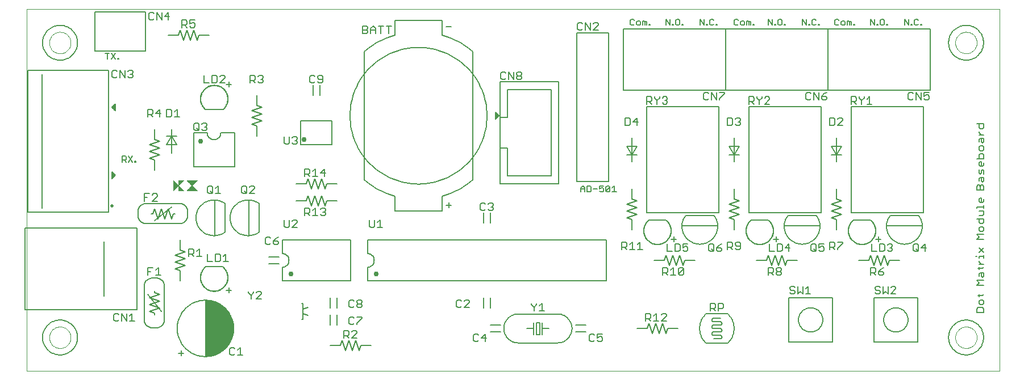
<source format=gto>
G75*
G70*
%OFA0B0*%
%FSLAX24Y24*%
%IPPOS*%
%LPD*%
%AMOC8*
5,1,8,0,0,1.08239X$1,22.5*
%
%ADD10C,0.0000*%
%ADD11C,0.0050*%
%ADD12C,0.0020*%
%ADD13C,0.0080*%
%ADD14C,0.0060*%
%ADD15C,0.0010*%
%ADD16C,0.0300*%
%ADD17C,0.0200*%
D10*
X000232Y000101D02*
X000232Y021361D01*
X057318Y021361D01*
X057318Y000101D01*
X000232Y000101D01*
X001570Y002069D02*
X001572Y002119D01*
X001578Y002169D01*
X001588Y002218D01*
X001602Y002266D01*
X001619Y002313D01*
X001640Y002358D01*
X001665Y002402D01*
X001693Y002443D01*
X001725Y002482D01*
X001759Y002519D01*
X001796Y002553D01*
X001836Y002583D01*
X001878Y002610D01*
X001922Y002634D01*
X001968Y002655D01*
X002015Y002671D01*
X002063Y002684D01*
X002113Y002693D01*
X002162Y002698D01*
X002213Y002699D01*
X002263Y002696D01*
X002312Y002689D01*
X002361Y002678D01*
X002409Y002663D01*
X002455Y002645D01*
X002500Y002623D01*
X002543Y002597D01*
X002584Y002568D01*
X002623Y002536D01*
X002659Y002501D01*
X002691Y002463D01*
X002721Y002423D01*
X002748Y002380D01*
X002771Y002336D01*
X002790Y002290D01*
X002806Y002242D01*
X002818Y002193D01*
X002826Y002144D01*
X002830Y002094D01*
X002830Y002044D01*
X002826Y001994D01*
X002818Y001945D01*
X002806Y001896D01*
X002790Y001848D01*
X002771Y001802D01*
X002748Y001758D01*
X002721Y001715D01*
X002691Y001675D01*
X002659Y001637D01*
X002623Y001602D01*
X002584Y001570D01*
X002543Y001541D01*
X002500Y001515D01*
X002455Y001493D01*
X002409Y001475D01*
X002361Y001460D01*
X002312Y001449D01*
X002263Y001442D01*
X002213Y001439D01*
X002162Y001440D01*
X002113Y001445D01*
X002063Y001454D01*
X002015Y001467D01*
X001968Y001483D01*
X001922Y001504D01*
X001878Y001528D01*
X001836Y001555D01*
X001796Y001585D01*
X001759Y001619D01*
X001725Y001656D01*
X001693Y001695D01*
X001665Y001736D01*
X001640Y001780D01*
X001619Y001825D01*
X001602Y001872D01*
X001588Y001920D01*
X001578Y001969D01*
X001572Y002019D01*
X001570Y002069D01*
X001570Y019392D02*
X001572Y019442D01*
X001578Y019492D01*
X001588Y019541D01*
X001602Y019589D01*
X001619Y019636D01*
X001640Y019681D01*
X001665Y019725D01*
X001693Y019766D01*
X001725Y019805D01*
X001759Y019842D01*
X001796Y019876D01*
X001836Y019906D01*
X001878Y019933D01*
X001922Y019957D01*
X001968Y019978D01*
X002015Y019994D01*
X002063Y020007D01*
X002113Y020016D01*
X002162Y020021D01*
X002213Y020022D01*
X002263Y020019D01*
X002312Y020012D01*
X002361Y020001D01*
X002409Y019986D01*
X002455Y019968D01*
X002500Y019946D01*
X002543Y019920D01*
X002584Y019891D01*
X002623Y019859D01*
X002659Y019824D01*
X002691Y019786D01*
X002721Y019746D01*
X002748Y019703D01*
X002771Y019659D01*
X002790Y019613D01*
X002806Y019565D01*
X002818Y019516D01*
X002826Y019467D01*
X002830Y019417D01*
X002830Y019367D01*
X002826Y019317D01*
X002818Y019268D01*
X002806Y019219D01*
X002790Y019171D01*
X002771Y019125D01*
X002748Y019081D01*
X002721Y019038D01*
X002691Y018998D01*
X002659Y018960D01*
X002623Y018925D01*
X002584Y018893D01*
X002543Y018864D01*
X002500Y018838D01*
X002455Y018816D01*
X002409Y018798D01*
X002361Y018783D01*
X002312Y018772D01*
X002263Y018765D01*
X002213Y018762D01*
X002162Y018763D01*
X002113Y018768D01*
X002063Y018777D01*
X002015Y018790D01*
X001968Y018806D01*
X001922Y018827D01*
X001878Y018851D01*
X001836Y018878D01*
X001796Y018908D01*
X001759Y018942D01*
X001725Y018979D01*
X001693Y019018D01*
X001665Y019059D01*
X001640Y019103D01*
X001619Y019148D01*
X001602Y019195D01*
X001588Y019243D01*
X001578Y019292D01*
X001572Y019342D01*
X001570Y019392D01*
X054720Y019392D02*
X054722Y019442D01*
X054728Y019492D01*
X054738Y019541D01*
X054752Y019589D01*
X054769Y019636D01*
X054790Y019681D01*
X054815Y019725D01*
X054843Y019766D01*
X054875Y019805D01*
X054909Y019842D01*
X054946Y019876D01*
X054986Y019906D01*
X055028Y019933D01*
X055072Y019957D01*
X055118Y019978D01*
X055165Y019994D01*
X055213Y020007D01*
X055263Y020016D01*
X055312Y020021D01*
X055363Y020022D01*
X055413Y020019D01*
X055462Y020012D01*
X055511Y020001D01*
X055559Y019986D01*
X055605Y019968D01*
X055650Y019946D01*
X055693Y019920D01*
X055734Y019891D01*
X055773Y019859D01*
X055809Y019824D01*
X055841Y019786D01*
X055871Y019746D01*
X055898Y019703D01*
X055921Y019659D01*
X055940Y019613D01*
X055956Y019565D01*
X055968Y019516D01*
X055976Y019467D01*
X055980Y019417D01*
X055980Y019367D01*
X055976Y019317D01*
X055968Y019268D01*
X055956Y019219D01*
X055940Y019171D01*
X055921Y019125D01*
X055898Y019081D01*
X055871Y019038D01*
X055841Y018998D01*
X055809Y018960D01*
X055773Y018925D01*
X055734Y018893D01*
X055693Y018864D01*
X055650Y018838D01*
X055605Y018816D01*
X055559Y018798D01*
X055511Y018783D01*
X055462Y018772D01*
X055413Y018765D01*
X055363Y018762D01*
X055312Y018763D01*
X055263Y018768D01*
X055213Y018777D01*
X055165Y018790D01*
X055118Y018806D01*
X055072Y018827D01*
X055028Y018851D01*
X054986Y018878D01*
X054946Y018908D01*
X054909Y018942D01*
X054875Y018979D01*
X054843Y019018D01*
X054815Y019059D01*
X054790Y019103D01*
X054769Y019148D01*
X054752Y019195D01*
X054738Y019243D01*
X054728Y019292D01*
X054722Y019342D01*
X054720Y019392D01*
X054720Y002069D02*
X054722Y002119D01*
X054728Y002169D01*
X054738Y002218D01*
X054752Y002266D01*
X054769Y002313D01*
X054790Y002358D01*
X054815Y002402D01*
X054843Y002443D01*
X054875Y002482D01*
X054909Y002519D01*
X054946Y002553D01*
X054986Y002583D01*
X055028Y002610D01*
X055072Y002634D01*
X055118Y002655D01*
X055165Y002671D01*
X055213Y002684D01*
X055263Y002693D01*
X055312Y002698D01*
X055363Y002699D01*
X055413Y002696D01*
X055462Y002689D01*
X055511Y002678D01*
X055559Y002663D01*
X055605Y002645D01*
X055650Y002623D01*
X055693Y002597D01*
X055734Y002568D01*
X055773Y002536D01*
X055809Y002501D01*
X055841Y002463D01*
X055871Y002423D01*
X055898Y002380D01*
X055921Y002336D01*
X055940Y002290D01*
X055956Y002242D01*
X055968Y002193D01*
X055976Y002144D01*
X055980Y002094D01*
X055980Y002044D01*
X055976Y001994D01*
X055968Y001945D01*
X055956Y001896D01*
X055940Y001848D01*
X055921Y001802D01*
X055898Y001758D01*
X055871Y001715D01*
X055841Y001675D01*
X055809Y001637D01*
X055773Y001602D01*
X055734Y001570D01*
X055693Y001541D01*
X055650Y001515D01*
X055605Y001493D01*
X055559Y001475D01*
X055511Y001460D01*
X055462Y001449D01*
X055413Y001442D01*
X055363Y001439D01*
X055312Y001440D01*
X055263Y001445D01*
X055213Y001454D01*
X055165Y001467D01*
X055118Y001483D01*
X055072Y001504D01*
X055028Y001528D01*
X054986Y001555D01*
X054946Y001585D01*
X054909Y001619D01*
X054875Y001656D01*
X054843Y001695D01*
X054815Y001736D01*
X054790Y001780D01*
X054769Y001825D01*
X054752Y001872D01*
X054738Y001920D01*
X054728Y001969D01*
X054722Y002019D01*
X054720Y002069D01*
D11*
X054326Y002069D02*
X054328Y002133D01*
X054334Y002196D01*
X054344Y002259D01*
X054358Y002321D01*
X054375Y002382D01*
X054397Y002442D01*
X054422Y002501D01*
X054450Y002558D01*
X054482Y002613D01*
X054518Y002666D01*
X054557Y002716D01*
X054598Y002764D01*
X054643Y002810D01*
X054690Y002852D01*
X054740Y002892D01*
X054793Y002928D01*
X054847Y002961D01*
X054904Y002991D01*
X054962Y003017D01*
X055021Y003039D01*
X055082Y003057D01*
X055144Y003072D01*
X055207Y003083D01*
X055270Y003090D01*
X055334Y003093D01*
X055398Y003092D01*
X055461Y003087D01*
X055524Y003078D01*
X055587Y003065D01*
X055648Y003049D01*
X055709Y003028D01*
X055767Y003004D01*
X055825Y002976D01*
X055880Y002945D01*
X055934Y002910D01*
X055985Y002872D01*
X056034Y002831D01*
X056080Y002787D01*
X056123Y002741D01*
X056163Y002691D01*
X056200Y002640D01*
X056234Y002586D01*
X056265Y002530D01*
X056291Y002472D01*
X056315Y002413D01*
X056334Y002352D01*
X056350Y002290D01*
X056362Y002228D01*
X056370Y002164D01*
X056374Y002101D01*
X056374Y002037D01*
X056370Y001974D01*
X056362Y001910D01*
X056350Y001848D01*
X056334Y001786D01*
X056315Y001725D01*
X056291Y001666D01*
X056265Y001608D01*
X056234Y001552D01*
X056200Y001498D01*
X056163Y001447D01*
X056123Y001397D01*
X056080Y001351D01*
X056034Y001307D01*
X055985Y001266D01*
X055934Y001228D01*
X055880Y001193D01*
X055825Y001162D01*
X055767Y001134D01*
X055709Y001110D01*
X055648Y001089D01*
X055587Y001073D01*
X055524Y001060D01*
X055461Y001051D01*
X055398Y001046D01*
X055334Y001045D01*
X055270Y001048D01*
X055207Y001055D01*
X055144Y001066D01*
X055082Y001081D01*
X055021Y001099D01*
X054962Y001121D01*
X054904Y001147D01*
X054847Y001177D01*
X054793Y001210D01*
X054740Y001246D01*
X054690Y001286D01*
X054643Y001328D01*
X054598Y001374D01*
X054557Y001422D01*
X054518Y001472D01*
X054482Y001525D01*
X054450Y001580D01*
X054422Y001637D01*
X054397Y001696D01*
X054375Y001756D01*
X054358Y001817D01*
X054344Y001879D01*
X054334Y001942D01*
X054328Y002005D01*
X054326Y002069D01*
X052531Y001802D02*
X049933Y001802D01*
X049933Y004400D01*
X052531Y004400D01*
X052531Y001802D01*
X050523Y003101D02*
X050525Y003154D01*
X050531Y003207D01*
X050541Y003259D01*
X050554Y003310D01*
X050572Y003360D01*
X050593Y003409D01*
X050618Y003456D01*
X050646Y003500D01*
X050678Y003543D01*
X050712Y003583D01*
X050750Y003621D01*
X050790Y003655D01*
X050833Y003687D01*
X050878Y003715D01*
X050924Y003740D01*
X050973Y003761D01*
X051023Y003779D01*
X051074Y003792D01*
X051126Y003802D01*
X051179Y003808D01*
X051232Y003810D01*
X051285Y003808D01*
X051338Y003802D01*
X051390Y003792D01*
X051441Y003779D01*
X051491Y003761D01*
X051540Y003740D01*
X051587Y003715D01*
X051631Y003687D01*
X051674Y003655D01*
X051714Y003621D01*
X051752Y003583D01*
X051786Y003543D01*
X051818Y003500D01*
X051846Y003455D01*
X051871Y003409D01*
X051892Y003360D01*
X051910Y003310D01*
X051923Y003259D01*
X051933Y003207D01*
X051939Y003154D01*
X051941Y003101D01*
X051939Y003048D01*
X051933Y002995D01*
X051923Y002943D01*
X051910Y002892D01*
X051892Y002842D01*
X051871Y002793D01*
X051846Y002746D01*
X051818Y002702D01*
X051786Y002659D01*
X051752Y002619D01*
X051714Y002581D01*
X051674Y002547D01*
X051631Y002515D01*
X051586Y002487D01*
X051540Y002462D01*
X051491Y002441D01*
X051441Y002423D01*
X051390Y002410D01*
X051338Y002400D01*
X051285Y002394D01*
X051232Y002392D01*
X051179Y002394D01*
X051126Y002400D01*
X051074Y002410D01*
X051023Y002423D01*
X050973Y002441D01*
X050924Y002462D01*
X050877Y002487D01*
X050833Y002515D01*
X050790Y002547D01*
X050750Y002581D01*
X050712Y002619D01*
X050678Y002659D01*
X050646Y002702D01*
X050618Y002747D01*
X050593Y002793D01*
X050572Y002842D01*
X050554Y002892D01*
X050541Y002943D01*
X050531Y002995D01*
X050525Y003048D01*
X050523Y003101D01*
X047531Y004400D02*
X047531Y001802D01*
X044933Y001802D01*
X044933Y004400D01*
X047531Y004400D01*
X045523Y003101D02*
X045525Y003154D01*
X045531Y003207D01*
X045541Y003259D01*
X045554Y003310D01*
X045572Y003360D01*
X045593Y003409D01*
X045618Y003456D01*
X045646Y003500D01*
X045678Y003543D01*
X045712Y003583D01*
X045750Y003621D01*
X045790Y003655D01*
X045833Y003687D01*
X045878Y003715D01*
X045924Y003740D01*
X045973Y003761D01*
X046023Y003779D01*
X046074Y003792D01*
X046126Y003802D01*
X046179Y003808D01*
X046232Y003810D01*
X046285Y003808D01*
X046338Y003802D01*
X046390Y003792D01*
X046441Y003779D01*
X046491Y003761D01*
X046540Y003740D01*
X046587Y003715D01*
X046631Y003687D01*
X046674Y003655D01*
X046714Y003621D01*
X046752Y003583D01*
X046786Y003543D01*
X046818Y003500D01*
X046846Y003455D01*
X046871Y003409D01*
X046892Y003360D01*
X046910Y003310D01*
X046923Y003259D01*
X046933Y003207D01*
X046939Y003154D01*
X046941Y003101D01*
X046939Y003048D01*
X046933Y002995D01*
X046923Y002943D01*
X046910Y002892D01*
X046892Y002842D01*
X046871Y002793D01*
X046846Y002746D01*
X046818Y002702D01*
X046786Y002659D01*
X046752Y002619D01*
X046714Y002581D01*
X046674Y002547D01*
X046631Y002515D01*
X046586Y002487D01*
X046540Y002462D01*
X046491Y002441D01*
X046441Y002423D01*
X046390Y002410D01*
X046338Y002400D01*
X046285Y002394D01*
X046232Y002392D01*
X046179Y002394D01*
X046126Y002400D01*
X046074Y002410D01*
X046023Y002423D01*
X045973Y002441D01*
X045924Y002462D01*
X045877Y002487D01*
X045833Y002515D01*
X045790Y002547D01*
X045750Y002581D01*
X045712Y002619D01*
X045678Y002659D01*
X045646Y002702D01*
X045618Y002747D01*
X045593Y002793D01*
X045572Y002842D01*
X045554Y002892D01*
X045541Y002943D01*
X045531Y002995D01*
X045525Y003048D01*
X045523Y003101D01*
X041362Y003467D02*
X040102Y003467D01*
X040532Y003201D02*
X040932Y003201D01*
X040932Y003001D02*
X040532Y003001D01*
X040432Y003101D02*
X040434Y003118D01*
X040438Y003135D01*
X040445Y003151D01*
X040455Y003165D01*
X040468Y003178D01*
X040482Y003188D01*
X040498Y003195D01*
X040515Y003199D01*
X040532Y003201D01*
X040432Y003101D02*
X040434Y003084D01*
X040438Y003067D01*
X040445Y003051D01*
X040455Y003037D01*
X040468Y003024D01*
X040482Y003014D01*
X040498Y003007D01*
X040515Y003003D01*
X040532Y003001D01*
X040532Y002801D02*
X040932Y002801D01*
X041032Y002901D02*
X041030Y002918D01*
X041026Y002935D01*
X041019Y002951D01*
X041009Y002965D01*
X040996Y002978D01*
X040982Y002988D01*
X040966Y002995D01*
X040949Y002999D01*
X040932Y003001D01*
X041032Y002901D02*
X041030Y002884D01*
X041026Y002867D01*
X041019Y002851D01*
X041009Y002837D01*
X040996Y002824D01*
X040982Y002814D01*
X040966Y002807D01*
X040949Y002803D01*
X040932Y002801D01*
X040932Y002601D02*
X040532Y002601D01*
X041362Y001735D02*
X041410Y001781D01*
X041455Y001831D01*
X041498Y001883D01*
X041538Y001937D01*
X041574Y001994D01*
X041607Y002052D01*
X041637Y002112D01*
X041663Y002174D01*
X041685Y002238D01*
X041704Y002302D01*
X041720Y002367D01*
X041731Y002434D01*
X041739Y002500D01*
X041743Y002567D01*
X041743Y002635D01*
X041739Y002702D01*
X041731Y002768D01*
X041720Y002835D01*
X041704Y002900D01*
X041685Y002964D01*
X041663Y003028D01*
X041637Y003090D01*
X041607Y003150D01*
X041574Y003208D01*
X041538Y003265D01*
X041498Y003319D01*
X041455Y003371D01*
X041410Y003421D01*
X041362Y003467D01*
X040102Y003467D02*
X040054Y003421D01*
X040009Y003371D01*
X039966Y003319D01*
X039926Y003265D01*
X039890Y003208D01*
X039857Y003150D01*
X039827Y003090D01*
X039801Y003028D01*
X039779Y002964D01*
X039760Y002900D01*
X039744Y002835D01*
X039733Y002768D01*
X039725Y002702D01*
X039721Y002635D01*
X039721Y002567D01*
X039725Y002500D01*
X039733Y002434D01*
X039744Y002367D01*
X039760Y002302D01*
X039779Y002238D01*
X039801Y002174D01*
X039827Y002112D01*
X039857Y002052D01*
X039890Y001994D01*
X039926Y001937D01*
X039966Y001883D01*
X040009Y001831D01*
X040054Y001781D01*
X040102Y001735D01*
X041362Y001735D01*
X040932Y002001D02*
X040532Y002001D01*
X040532Y002201D02*
X040932Y002201D01*
X041032Y002101D02*
X041030Y002084D01*
X041026Y002067D01*
X041019Y002051D01*
X041009Y002037D01*
X040996Y002024D01*
X040982Y002014D01*
X040966Y002007D01*
X040949Y002003D01*
X040932Y002001D01*
X041032Y002101D02*
X041030Y002118D01*
X041026Y002135D01*
X041019Y002151D01*
X041009Y002165D01*
X040996Y002178D01*
X040982Y002188D01*
X040966Y002195D01*
X040949Y002199D01*
X040932Y002201D01*
X040932Y002401D02*
X040532Y002401D01*
X040515Y002399D01*
X040498Y002395D01*
X040482Y002388D01*
X040468Y002378D01*
X040455Y002365D01*
X040445Y002351D01*
X040438Y002335D01*
X040434Y002318D01*
X040432Y002301D01*
X040434Y002284D01*
X040438Y002267D01*
X040445Y002251D01*
X040455Y002237D01*
X040468Y002224D01*
X040482Y002214D01*
X040498Y002207D01*
X040515Y002203D01*
X040532Y002201D01*
X040932Y002601D02*
X040949Y002599D01*
X040966Y002595D01*
X040982Y002588D01*
X040996Y002578D01*
X041009Y002565D01*
X041019Y002551D01*
X041026Y002535D01*
X041030Y002518D01*
X041032Y002501D01*
X041030Y002484D01*
X041026Y002467D01*
X041019Y002451D01*
X041009Y002437D01*
X040996Y002424D01*
X040982Y002414D01*
X040966Y002407D01*
X040949Y002403D01*
X040932Y002401D01*
X040532Y002801D02*
X040515Y002799D01*
X040498Y002795D01*
X040482Y002788D01*
X040468Y002778D01*
X040455Y002765D01*
X040445Y002751D01*
X040438Y002735D01*
X040434Y002718D01*
X040432Y002701D01*
X040434Y002684D01*
X040438Y002667D01*
X040445Y002651D01*
X040455Y002637D01*
X040468Y002624D01*
X040482Y002614D01*
X040498Y002607D01*
X040515Y002603D01*
X040532Y002601D01*
X038432Y002601D02*
X037832Y002601D01*
X037732Y002301D01*
X037532Y002901D01*
X037332Y002301D01*
X037132Y002901D01*
X036932Y002301D01*
X036732Y002901D01*
X036632Y002601D01*
X036032Y002601D01*
X033032Y002801D02*
X032432Y002801D01*
X032432Y002401D02*
X033032Y002401D01*
X031382Y001751D02*
X031439Y001753D01*
X031495Y001759D01*
X031551Y001768D01*
X031607Y001781D01*
X031661Y001798D01*
X031714Y001818D01*
X031765Y001842D01*
X031815Y001870D01*
X031863Y001900D01*
X031909Y001934D01*
X031952Y001971D01*
X031993Y002010D01*
X032031Y002052D01*
X032066Y002097D01*
X032098Y002144D01*
X032127Y002193D01*
X032153Y002243D01*
X032175Y002296D01*
X032194Y002349D01*
X032209Y002404D01*
X032220Y002460D01*
X032228Y002516D01*
X032232Y002573D01*
X032232Y002629D01*
X032228Y002686D01*
X032220Y002742D01*
X032209Y002798D01*
X032194Y002853D01*
X032175Y002906D01*
X032153Y002959D01*
X032127Y003009D01*
X032098Y003058D01*
X032066Y003105D01*
X032031Y003150D01*
X031993Y003192D01*
X031952Y003231D01*
X031909Y003268D01*
X031863Y003302D01*
X031815Y003332D01*
X031765Y003360D01*
X031714Y003384D01*
X031661Y003404D01*
X031607Y003421D01*
X031551Y003434D01*
X031495Y003443D01*
X031439Y003449D01*
X031382Y003451D01*
X029082Y003451D01*
X028032Y002801D02*
X027432Y002801D01*
X027432Y002401D02*
X028032Y002401D01*
X029082Y001751D02*
X029025Y001753D01*
X028969Y001759D01*
X028913Y001768D01*
X028857Y001781D01*
X028803Y001798D01*
X028750Y001818D01*
X028699Y001842D01*
X028649Y001870D01*
X028601Y001900D01*
X028555Y001934D01*
X028512Y001971D01*
X028471Y002010D01*
X028433Y002052D01*
X028398Y002097D01*
X028366Y002144D01*
X028337Y002193D01*
X028311Y002243D01*
X028289Y002296D01*
X028270Y002349D01*
X028255Y002404D01*
X028244Y002460D01*
X028236Y002516D01*
X028232Y002573D01*
X028232Y002629D01*
X028236Y002686D01*
X028244Y002742D01*
X028255Y002798D01*
X028270Y002853D01*
X028289Y002906D01*
X028311Y002959D01*
X028337Y003009D01*
X028366Y003058D01*
X028398Y003105D01*
X028433Y003150D01*
X028471Y003192D01*
X028512Y003231D01*
X028555Y003268D01*
X028601Y003302D01*
X028649Y003332D01*
X028699Y003360D01*
X028750Y003384D01*
X028803Y003404D01*
X028857Y003421D01*
X028913Y003434D01*
X028969Y003443D01*
X029025Y003449D01*
X029082Y003451D01*
X027432Y003801D02*
X027432Y004401D01*
X027032Y004401D02*
X027032Y003801D01*
X029082Y001751D02*
X031382Y001751D01*
X034232Y005401D02*
X020232Y005401D01*
X020232Y006201D01*
X020271Y006203D01*
X020310Y006209D01*
X020348Y006218D01*
X020385Y006231D01*
X020421Y006248D01*
X020454Y006268D01*
X020486Y006292D01*
X020515Y006318D01*
X020541Y006347D01*
X020565Y006379D01*
X020585Y006412D01*
X020602Y006448D01*
X020615Y006485D01*
X020624Y006523D01*
X020630Y006562D01*
X020632Y006601D01*
X020630Y006640D01*
X020624Y006679D01*
X020615Y006717D01*
X020602Y006754D01*
X020585Y006790D01*
X020565Y006823D01*
X020541Y006855D01*
X020515Y006884D01*
X020486Y006910D01*
X020454Y006934D01*
X020421Y006954D01*
X020385Y006971D01*
X020348Y006984D01*
X020310Y006993D01*
X020271Y006999D01*
X020232Y007001D01*
X020232Y007801D01*
X034232Y007801D01*
X034232Y005401D01*
X037032Y006601D02*
X037632Y006601D01*
X037732Y006901D01*
X037932Y006301D01*
X038132Y006901D01*
X038332Y006301D01*
X038532Y006901D01*
X038732Y006301D01*
X038832Y006601D01*
X039432Y006601D01*
X043032Y006601D02*
X043632Y006601D01*
X043732Y006901D01*
X043932Y006301D01*
X044132Y006901D01*
X044332Y006301D01*
X044532Y006901D01*
X044732Y006301D01*
X044832Y006601D01*
X045432Y006601D01*
X049032Y006601D02*
X049632Y006601D01*
X049732Y006901D01*
X049932Y006301D01*
X050132Y006901D01*
X050332Y006301D01*
X050532Y006901D01*
X050732Y006301D01*
X050832Y006601D01*
X051432Y006601D01*
X047732Y008401D02*
X047732Y009001D01*
X047432Y009101D01*
X048032Y009301D01*
X047432Y009501D01*
X048032Y009701D01*
X047432Y009901D01*
X048032Y010101D01*
X047732Y010201D01*
X047732Y010801D01*
X047732Y012401D02*
X047732Y012801D01*
X048032Y013301D01*
X047432Y013301D01*
X047732Y012801D01*
X048032Y012801D01*
X047732Y012801D02*
X047432Y012801D01*
X047732Y012801D02*
X047732Y013801D01*
X048606Y015632D02*
X052858Y015632D01*
X052858Y009412D01*
X048606Y009412D01*
X048606Y015632D01*
X046858Y015632D02*
X046858Y009412D01*
X042606Y009412D01*
X042606Y015632D01*
X046858Y015632D01*
X047232Y016593D02*
X047232Y020215D01*
X041232Y020215D01*
X041232Y016593D01*
X035232Y016593D01*
X035232Y020215D01*
X041232Y020215D01*
X041232Y016593D01*
X047232Y016593D01*
X047232Y020215D01*
X053232Y020215D01*
X053232Y016593D01*
X047232Y016593D01*
X040858Y015632D02*
X040858Y009412D01*
X036606Y009412D01*
X036606Y015632D01*
X040858Y015632D01*
X041732Y013801D02*
X041732Y012801D01*
X042032Y013301D01*
X041432Y013301D01*
X041732Y012801D01*
X042032Y012801D01*
X041732Y012801D02*
X041432Y012801D01*
X041732Y012801D02*
X041732Y012401D01*
X041732Y010801D02*
X041732Y010201D01*
X042032Y010101D01*
X041432Y009901D01*
X042032Y009701D01*
X041432Y009501D01*
X042032Y009301D01*
X041432Y009101D01*
X041732Y009001D01*
X041732Y008401D01*
X040781Y008651D02*
X040285Y008651D01*
X040179Y008651D01*
X039285Y008651D01*
X039179Y008651D01*
X038683Y008651D01*
X037742Y008971D02*
X037562Y008971D01*
X037732Y008971D02*
X036732Y008971D01*
X036722Y008971D02*
X036922Y008971D01*
X036032Y009301D02*
X035432Y009501D01*
X036032Y009701D01*
X035432Y009901D01*
X036032Y010101D01*
X035732Y010201D01*
X035732Y010801D01*
X034832Y010626D02*
X034598Y010626D01*
X034715Y010626D02*
X034715Y010976D01*
X034598Y010859D01*
X034464Y010918D02*
X034230Y010684D01*
X034288Y010626D01*
X034405Y010626D01*
X034464Y010684D01*
X034464Y010918D01*
X034405Y010976D01*
X034288Y010976D01*
X034230Y010918D01*
X034230Y010684D01*
X034095Y010684D02*
X034037Y010626D01*
X033920Y010626D01*
X033862Y010684D01*
X033862Y010801D02*
X033978Y010859D01*
X034037Y010859D01*
X034095Y010801D01*
X034095Y010684D01*
X033862Y010801D02*
X033862Y010976D01*
X034095Y010976D01*
X034374Y011231D02*
X032523Y011231D01*
X032523Y019971D01*
X034374Y019971D01*
X034374Y011231D01*
X033727Y010801D02*
X033493Y010801D01*
X033359Y010918D02*
X033300Y010976D01*
X033125Y010976D01*
X033125Y010626D01*
X033300Y010626D01*
X033359Y010684D01*
X033359Y010918D01*
X032990Y010859D02*
X032990Y010626D01*
X032990Y010801D02*
X032757Y010801D01*
X032757Y010859D02*
X032874Y010976D01*
X032990Y010859D01*
X032757Y010859D02*
X032757Y010626D01*
X031464Y011101D02*
X028000Y011101D01*
X028000Y013215D01*
X028452Y013215D01*
X028452Y011554D01*
X031011Y011554D01*
X031011Y016648D01*
X028452Y016648D01*
X028452Y014987D01*
X028000Y014987D01*
X028000Y017101D01*
X031464Y017101D01*
X031464Y011101D01*
X035432Y012801D02*
X035732Y012801D01*
X036032Y013301D01*
X035432Y013301D01*
X035732Y012801D01*
X036032Y012801D01*
X035732Y012801D02*
X035732Y012401D01*
X035732Y012801D02*
X035732Y013801D01*
X028000Y013235D02*
X028000Y014967D01*
X027883Y015052D02*
X027732Y015052D01*
X027732Y015004D02*
X027835Y015004D01*
X027786Y014955D02*
X027732Y014955D01*
X027732Y014906D02*
X027738Y014906D01*
X027732Y014901D02*
X027932Y015101D01*
X027732Y015301D01*
X027732Y014901D01*
X027732Y015101D02*
X027932Y015101D01*
X027883Y015149D02*
X027732Y015149D01*
X027732Y015198D02*
X027835Y015198D01*
X027786Y015246D02*
X027732Y015246D01*
X027732Y015295D02*
X027738Y015295D01*
X026401Y018880D02*
X026244Y019010D01*
X026080Y019133D01*
X025912Y019248D01*
X025738Y019356D01*
X025559Y019455D01*
X025377Y019546D01*
X025190Y019629D01*
X025000Y019703D01*
X024806Y019769D01*
X024610Y019825D01*
X024610Y020711D01*
X021854Y020711D01*
X021854Y019825D01*
X020063Y018880D02*
X020063Y011321D01*
X018432Y011101D02*
X017832Y011101D01*
X017732Y010801D01*
X017532Y011401D01*
X017332Y010801D01*
X017132Y011401D01*
X016932Y010801D01*
X016732Y011401D01*
X016632Y011101D01*
X016032Y011101D01*
X016732Y010401D02*
X016632Y010101D01*
X016032Y010101D01*
X016732Y010401D02*
X016932Y009801D01*
X017132Y010401D01*
X017332Y009801D01*
X017532Y010401D01*
X017732Y009801D01*
X017832Y010101D01*
X018432Y010101D01*
X021854Y010376D02*
X021854Y009491D01*
X024610Y009491D01*
X024610Y010376D01*
X026401Y011321D02*
X026401Y018880D01*
X021854Y019825D02*
X021658Y019769D01*
X021464Y019703D01*
X021274Y019629D01*
X021087Y019546D01*
X020905Y019455D01*
X020726Y019356D01*
X020552Y019248D01*
X020384Y019133D01*
X020220Y019010D01*
X020063Y018880D01*
X017432Y016901D02*
X017432Y016301D01*
X017032Y016301D02*
X017032Y016901D01*
X014032Y015601D02*
X013732Y015701D01*
X013732Y016301D01*
X014032Y015601D02*
X013432Y015401D01*
X014032Y015201D01*
X013432Y015001D01*
X014032Y014801D01*
X013432Y014601D01*
X013732Y014501D01*
X013732Y013901D01*
X012432Y014101D02*
X012432Y012101D01*
X010032Y012101D01*
X010032Y014101D01*
X010832Y014101D01*
X010834Y014062D01*
X010840Y014023D01*
X010849Y013985D01*
X010862Y013948D01*
X010879Y013912D01*
X010899Y013879D01*
X010923Y013847D01*
X010949Y013818D01*
X010978Y013792D01*
X011010Y013768D01*
X011043Y013748D01*
X011079Y013731D01*
X011116Y013718D01*
X011154Y013709D01*
X011193Y013703D01*
X011232Y013701D01*
X011271Y013703D01*
X011310Y013709D01*
X011348Y013718D01*
X011385Y013731D01*
X011421Y013748D01*
X011454Y013768D01*
X011486Y013792D01*
X011515Y013818D01*
X011541Y013847D01*
X011565Y013879D01*
X011585Y013912D01*
X011602Y013948D01*
X011615Y013985D01*
X011624Y014023D01*
X011630Y014062D01*
X011632Y014101D01*
X012432Y014101D01*
X009032Y013901D02*
X008732Y013901D01*
X008432Y013401D01*
X009032Y013401D01*
X008732Y013901D01*
X008432Y013901D01*
X008732Y013901D02*
X008732Y014301D01*
X008732Y013901D02*
X008732Y012901D01*
X008032Y012801D02*
X007432Y013001D01*
X008032Y013201D01*
X007432Y013401D01*
X008032Y013601D01*
X007732Y013701D01*
X007732Y014301D01*
X005432Y015401D02*
X005232Y015601D01*
X005432Y015801D01*
X005432Y015401D01*
X005432Y015440D02*
X005392Y015440D01*
X005432Y015489D02*
X005344Y015489D01*
X005295Y015538D02*
X005432Y015538D01*
X005432Y015586D02*
X005246Y015586D01*
X005266Y015635D02*
X005432Y015635D01*
X005432Y015683D02*
X005314Y015683D01*
X005363Y015732D02*
X005432Y015732D01*
X005432Y015780D02*
X005411Y015780D01*
X001137Y017538D02*
X001137Y009664D01*
X000311Y009428D02*
X005035Y009428D01*
X005035Y017774D01*
X000311Y017774D01*
X000311Y009428D01*
X000137Y008502D02*
X006712Y008502D01*
X006712Y003699D01*
X000137Y003699D01*
X000137Y008502D01*
X004787Y007701D02*
X004787Y004501D01*
X007141Y005101D02*
X007141Y003101D01*
X007143Y003061D01*
X007148Y003022D01*
X007157Y002983D01*
X007169Y002945D01*
X007184Y002908D01*
X007202Y002873D01*
X007224Y002839D01*
X007248Y002807D01*
X007275Y002778D01*
X007304Y002751D01*
X007336Y002727D01*
X007369Y002705D01*
X007405Y002687D01*
X007442Y002672D01*
X007480Y002660D01*
X007519Y002651D01*
X007558Y002646D01*
X007598Y002644D01*
X007866Y002644D01*
X007906Y002646D01*
X007945Y002651D01*
X007984Y002660D01*
X008022Y002672D01*
X008059Y002687D01*
X008094Y002705D01*
X008128Y002727D01*
X008160Y002751D01*
X008189Y002778D01*
X008216Y002807D01*
X008240Y002839D01*
X008262Y002872D01*
X008280Y002908D01*
X008295Y002945D01*
X008307Y002983D01*
X008316Y003022D01*
X008321Y003061D01*
X008323Y003101D01*
X008322Y003101D02*
X008322Y005101D01*
X008323Y005101D02*
X008321Y005141D01*
X008316Y005180D01*
X008307Y005219D01*
X008295Y005257D01*
X008280Y005294D01*
X008262Y005329D01*
X008240Y005363D01*
X008216Y005395D01*
X008189Y005424D01*
X008160Y005451D01*
X008128Y005475D01*
X008095Y005497D01*
X008059Y005515D01*
X008022Y005530D01*
X007984Y005542D01*
X007945Y005551D01*
X007906Y005556D01*
X007866Y005558D01*
X007866Y005557D02*
X007598Y005557D01*
X007598Y005558D02*
X007558Y005556D01*
X007519Y005551D01*
X007480Y005542D01*
X007442Y005530D01*
X007405Y005515D01*
X007370Y005497D01*
X007336Y005475D01*
X007304Y005451D01*
X007275Y005424D01*
X007248Y005395D01*
X007224Y005363D01*
X007202Y005330D01*
X007184Y005294D01*
X007169Y005257D01*
X007157Y005219D01*
X007148Y005180D01*
X007143Y005141D01*
X007141Y005101D01*
X007732Y004801D02*
X007732Y004701D01*
X008032Y004601D01*
X007432Y004401D01*
X008032Y004201D01*
X007432Y004001D01*
X008032Y003801D01*
X007432Y003601D01*
X007732Y003501D01*
X007732Y003401D01*
X008132Y003601D02*
X007332Y004601D01*
X009232Y005401D02*
X009232Y006001D01*
X008932Y006101D01*
X009532Y006301D01*
X008932Y006501D01*
X009532Y006701D01*
X008932Y006901D01*
X009532Y007101D01*
X009232Y007201D01*
X009232Y007801D01*
X011282Y008052D02*
X011282Y008548D01*
X011282Y008654D01*
X011282Y009548D01*
X011282Y009654D01*
X011282Y010150D01*
X011882Y009926D02*
X011882Y008276D01*
X013282Y008052D02*
X013282Y008548D01*
X013282Y008654D01*
X013282Y009548D01*
X013282Y009654D01*
X013282Y010150D01*
X013882Y009926D02*
X013882Y008276D01*
X015232Y007801D02*
X019232Y007801D01*
X019232Y005401D01*
X015232Y005401D01*
X015232Y006201D01*
X015032Y006401D02*
X014432Y006401D01*
X015232Y006201D02*
X015271Y006203D01*
X015310Y006209D01*
X015348Y006218D01*
X015385Y006231D01*
X015421Y006248D01*
X015454Y006268D01*
X015486Y006292D01*
X015515Y006318D01*
X015541Y006347D01*
X015565Y006379D01*
X015585Y006412D01*
X015602Y006448D01*
X015615Y006485D01*
X015624Y006523D01*
X015630Y006562D01*
X015632Y006601D01*
X015630Y006640D01*
X015624Y006679D01*
X015615Y006717D01*
X015602Y006754D01*
X015585Y006790D01*
X015565Y006823D01*
X015541Y006855D01*
X015515Y006884D01*
X015486Y006910D01*
X015454Y006934D01*
X015421Y006954D01*
X015385Y006971D01*
X015348Y006984D01*
X015310Y006993D01*
X015271Y006999D01*
X015232Y007001D01*
X015232Y007801D01*
X015032Y006801D02*
X014432Y006801D01*
X011742Y006221D02*
X011562Y006221D01*
X011732Y006221D02*
X010732Y006221D01*
X010722Y006221D02*
X010922Y006221D01*
X010732Y004254D02*
X010732Y000947D01*
X010948Y000961D01*
X011160Y001004D01*
X011365Y001073D01*
X011559Y001169D01*
X011738Y001289D01*
X011901Y001432D01*
X012044Y001594D01*
X012164Y001774D01*
X012259Y001968D01*
X012329Y002173D01*
X012371Y002385D01*
X012385Y002601D01*
X012371Y002817D01*
X012329Y003029D01*
X012259Y003234D01*
X012164Y003428D01*
X012044Y003607D01*
X011901Y003770D01*
X011738Y003913D01*
X011559Y004033D01*
X010732Y004033D01*
X010732Y004081D02*
X011460Y004081D01*
X011365Y004128D02*
X011559Y004033D01*
X011631Y003984D02*
X010732Y003984D01*
X010732Y003936D02*
X011704Y003936D01*
X011767Y003887D02*
X010732Y003887D01*
X010732Y003839D02*
X011823Y003839D01*
X011878Y003790D02*
X010732Y003790D01*
X010732Y003742D02*
X011926Y003742D01*
X011969Y003693D02*
X010732Y003693D01*
X010732Y003644D02*
X012011Y003644D01*
X012051Y003596D02*
X010732Y003596D01*
X010732Y003547D02*
X012084Y003547D01*
X012116Y003499D02*
X010732Y003499D01*
X010732Y003450D02*
X012149Y003450D01*
X012177Y003402D02*
X010732Y003402D01*
X010732Y003353D02*
X012200Y003353D01*
X012224Y003305D02*
X010732Y003305D01*
X010732Y003256D02*
X012248Y003256D01*
X012268Y003208D02*
X010732Y003208D01*
X010732Y003159D02*
X012285Y003159D01*
X012301Y003110D02*
X010732Y003110D01*
X010732Y003062D02*
X012318Y003062D01*
X012332Y003013D02*
X010732Y003013D01*
X010732Y002965D02*
X012342Y002965D01*
X012351Y002916D02*
X010732Y002916D01*
X010732Y002868D02*
X012361Y002868D01*
X012371Y002819D02*
X010732Y002819D01*
X010732Y002771D02*
X012374Y002771D01*
X012377Y002722D02*
X010732Y002722D01*
X010732Y002674D02*
X012381Y002674D01*
X012384Y002625D02*
X010732Y002625D01*
X009078Y002601D02*
X009080Y002682D01*
X009086Y002763D01*
X009096Y002844D01*
X009110Y002924D01*
X009128Y003003D01*
X009149Y003081D01*
X009175Y003158D01*
X009204Y003234D01*
X009237Y003308D01*
X009273Y003381D01*
X009313Y003451D01*
X009357Y003520D01*
X009403Y003586D01*
X009453Y003650D01*
X009506Y003712D01*
X009562Y003771D01*
X009621Y003827D01*
X009683Y003880D01*
X009747Y003930D01*
X009813Y003976D01*
X009882Y004020D01*
X009952Y004060D01*
X010025Y004096D01*
X010099Y004129D01*
X010175Y004158D01*
X010252Y004184D01*
X010330Y004205D01*
X010409Y004223D01*
X010489Y004237D01*
X010570Y004247D01*
X010651Y004253D01*
X010732Y004255D01*
X010813Y004253D01*
X010894Y004247D01*
X010975Y004237D01*
X011055Y004223D01*
X011134Y004205D01*
X011212Y004184D01*
X011289Y004158D01*
X011365Y004129D01*
X011439Y004096D01*
X011512Y004060D01*
X011582Y004020D01*
X011651Y003976D01*
X011717Y003930D01*
X011781Y003880D01*
X011843Y003827D01*
X011902Y003771D01*
X011958Y003712D01*
X012011Y003650D01*
X012061Y003586D01*
X012107Y003520D01*
X012151Y003451D01*
X012191Y003381D01*
X012227Y003308D01*
X012260Y003234D01*
X012289Y003158D01*
X012315Y003081D01*
X012336Y003003D01*
X012354Y002924D01*
X012368Y002844D01*
X012378Y002763D01*
X012384Y002682D01*
X012386Y002601D01*
X012384Y002520D01*
X012378Y002439D01*
X012368Y002358D01*
X012354Y002278D01*
X012336Y002199D01*
X012315Y002121D01*
X012289Y002044D01*
X012260Y001968D01*
X012227Y001894D01*
X012191Y001821D01*
X012151Y001751D01*
X012107Y001682D01*
X012061Y001616D01*
X012011Y001552D01*
X011958Y001490D01*
X011902Y001431D01*
X011843Y001375D01*
X011781Y001322D01*
X011717Y001272D01*
X011651Y001226D01*
X011582Y001182D01*
X011512Y001142D01*
X011439Y001106D01*
X011365Y001073D01*
X011289Y001044D01*
X011212Y001018D01*
X011134Y000997D01*
X011055Y000979D01*
X010975Y000965D01*
X010894Y000955D01*
X010813Y000949D01*
X010732Y000947D01*
X010651Y000949D01*
X010570Y000955D01*
X010489Y000965D01*
X010409Y000979D01*
X010330Y000997D01*
X010252Y001018D01*
X010175Y001044D01*
X010099Y001073D01*
X010025Y001106D01*
X009952Y001142D01*
X009882Y001182D01*
X009813Y001226D01*
X009747Y001272D01*
X009683Y001322D01*
X009621Y001375D01*
X009562Y001431D01*
X009506Y001490D01*
X009453Y001552D01*
X009403Y001616D01*
X009357Y001682D01*
X009313Y001751D01*
X009273Y001821D01*
X009237Y001894D01*
X009204Y001968D01*
X009175Y002044D01*
X009149Y002121D01*
X009128Y002199D01*
X009110Y002278D01*
X009096Y002358D01*
X009086Y002439D01*
X009080Y002520D01*
X009078Y002601D01*
X010732Y002576D02*
X012384Y002576D01*
X012381Y002528D02*
X010732Y002528D01*
X010732Y002479D02*
X012377Y002479D01*
X012374Y002431D02*
X010732Y002431D01*
X010732Y002382D02*
X012371Y002382D01*
X012361Y002334D02*
X010732Y002334D01*
X010732Y002285D02*
X012351Y002285D01*
X012342Y002237D02*
X010732Y002237D01*
X010732Y002188D02*
X012332Y002188D01*
X012318Y002140D02*
X010732Y002140D01*
X010732Y002091D02*
X012301Y002091D01*
X012285Y002043D02*
X010732Y002043D01*
X010732Y001994D02*
X012268Y001994D01*
X012248Y001945D02*
X010732Y001945D01*
X010732Y001897D02*
X012224Y001897D01*
X012201Y001848D02*
X010732Y001848D01*
X010732Y001800D02*
X012177Y001800D01*
X012149Y001751D02*
X010732Y001751D01*
X010732Y001703D02*
X012116Y001703D01*
X012084Y001654D02*
X010732Y001654D01*
X010732Y001606D02*
X012051Y001606D01*
X012011Y001557D02*
X010732Y001557D01*
X010732Y001509D02*
X011969Y001509D01*
X011926Y001460D02*
X010732Y001460D01*
X010732Y001411D02*
X011878Y001411D01*
X011823Y001363D02*
X010732Y001363D01*
X010732Y001314D02*
X011767Y001314D01*
X011704Y001266D02*
X010732Y001266D01*
X010732Y001217D02*
X011631Y001217D01*
X011559Y001169D02*
X010732Y001169D01*
X010732Y001120D02*
X011460Y001120D01*
X011360Y001072D02*
X010732Y001072D01*
X010732Y001023D02*
X011217Y001023D01*
X011014Y000975D02*
X010732Y000975D01*
X016377Y003128D02*
X016456Y003128D01*
X016456Y003471D01*
X016732Y003369D01*
X016456Y003471D02*
X016456Y003731D01*
X016732Y003833D01*
X016456Y003731D02*
X016456Y004073D01*
X016377Y004073D01*
X018032Y003801D02*
X018032Y004401D01*
X018432Y004401D02*
X018432Y003801D01*
X018432Y003401D02*
X018432Y002801D01*
X018032Y002801D02*
X018032Y003401D01*
X018732Y001901D02*
X018632Y001601D01*
X018032Y001601D01*
X018732Y001901D02*
X018932Y001301D01*
X019132Y001901D01*
X019332Y001301D01*
X019532Y001901D01*
X019732Y001301D01*
X019832Y001601D01*
X020432Y001601D01*
X011365Y004128D02*
X011160Y004198D01*
X010948Y004240D01*
X010732Y004254D01*
X010732Y004227D02*
X011014Y004227D01*
X011217Y004178D02*
X010732Y004178D01*
X010732Y004130D02*
X011360Y004130D01*
X001176Y002069D02*
X001178Y002133D01*
X001184Y002196D01*
X001194Y002259D01*
X001208Y002321D01*
X001225Y002382D01*
X001247Y002442D01*
X001272Y002501D01*
X001300Y002558D01*
X001332Y002613D01*
X001368Y002666D01*
X001407Y002716D01*
X001448Y002764D01*
X001493Y002810D01*
X001540Y002852D01*
X001590Y002892D01*
X001643Y002928D01*
X001697Y002961D01*
X001754Y002991D01*
X001812Y003017D01*
X001871Y003039D01*
X001932Y003057D01*
X001994Y003072D01*
X002057Y003083D01*
X002120Y003090D01*
X002184Y003093D01*
X002248Y003092D01*
X002311Y003087D01*
X002374Y003078D01*
X002437Y003065D01*
X002498Y003049D01*
X002559Y003028D01*
X002617Y003004D01*
X002675Y002976D01*
X002730Y002945D01*
X002784Y002910D01*
X002835Y002872D01*
X002884Y002831D01*
X002930Y002787D01*
X002973Y002741D01*
X003013Y002691D01*
X003050Y002640D01*
X003084Y002586D01*
X003115Y002530D01*
X003141Y002472D01*
X003165Y002413D01*
X003184Y002352D01*
X003200Y002290D01*
X003212Y002228D01*
X003220Y002164D01*
X003224Y002101D01*
X003224Y002037D01*
X003220Y001974D01*
X003212Y001910D01*
X003200Y001848D01*
X003184Y001786D01*
X003165Y001725D01*
X003141Y001666D01*
X003115Y001608D01*
X003084Y001552D01*
X003050Y001498D01*
X003013Y001447D01*
X002973Y001397D01*
X002930Y001351D01*
X002884Y001307D01*
X002835Y001266D01*
X002784Y001228D01*
X002730Y001193D01*
X002675Y001162D01*
X002617Y001134D01*
X002559Y001110D01*
X002498Y001089D01*
X002437Y001073D01*
X002374Y001060D01*
X002311Y001051D01*
X002248Y001046D01*
X002184Y001045D01*
X002120Y001048D01*
X002057Y001055D01*
X001994Y001066D01*
X001932Y001081D01*
X001871Y001099D01*
X001812Y001121D01*
X001754Y001147D01*
X001697Y001177D01*
X001643Y001210D01*
X001590Y001246D01*
X001540Y001286D01*
X001493Y001328D01*
X001448Y001374D01*
X001407Y001422D01*
X001368Y001472D01*
X001332Y001525D01*
X001300Y001580D01*
X001272Y001637D01*
X001247Y001696D01*
X001225Y001756D01*
X001208Y001817D01*
X001194Y001879D01*
X001184Y001942D01*
X001178Y002005D01*
X001176Y002069D01*
X007232Y008760D02*
X009232Y008760D01*
X009272Y008762D01*
X009311Y008767D01*
X009350Y008776D01*
X009388Y008788D01*
X009425Y008803D01*
X009460Y008821D01*
X009494Y008843D01*
X009526Y008867D01*
X009555Y008894D01*
X009582Y008923D01*
X009606Y008955D01*
X009628Y008988D01*
X009646Y009024D01*
X009661Y009061D01*
X009673Y009099D01*
X009682Y009138D01*
X009687Y009177D01*
X009689Y009217D01*
X009689Y009485D01*
X009687Y009525D01*
X009682Y009564D01*
X009673Y009603D01*
X009661Y009641D01*
X009646Y009678D01*
X009628Y009713D01*
X009606Y009747D01*
X009582Y009779D01*
X009555Y009808D01*
X009526Y009835D01*
X009494Y009859D01*
X009461Y009881D01*
X009425Y009899D01*
X009388Y009914D01*
X009350Y009926D01*
X009311Y009935D01*
X009272Y009940D01*
X009232Y009942D01*
X009232Y009941D02*
X007232Y009941D01*
X007232Y009942D02*
X007192Y009940D01*
X007153Y009935D01*
X007114Y009926D01*
X007076Y009914D01*
X007039Y009899D01*
X007004Y009881D01*
X006970Y009859D01*
X006938Y009835D01*
X006909Y009808D01*
X006882Y009779D01*
X006858Y009747D01*
X006836Y009714D01*
X006818Y009678D01*
X006803Y009641D01*
X006791Y009603D01*
X006782Y009564D01*
X006777Y009525D01*
X006775Y009485D01*
X006775Y009217D01*
X006777Y009177D01*
X006782Y009138D01*
X006791Y009099D01*
X006803Y009061D01*
X006818Y009024D01*
X006836Y008989D01*
X006858Y008955D01*
X006882Y008923D01*
X006909Y008894D01*
X006938Y008867D01*
X006970Y008843D01*
X007003Y008821D01*
X007039Y008803D01*
X007076Y008788D01*
X007114Y008776D01*
X007153Y008767D01*
X007192Y008762D01*
X007232Y008760D01*
X007732Y008951D02*
X008732Y009751D01*
X008532Y009651D02*
X008732Y009051D01*
X008832Y009351D01*
X008932Y009351D01*
X008532Y009651D02*
X008332Y009051D01*
X008132Y009651D01*
X007932Y009051D01*
X007732Y009651D01*
X007632Y009351D01*
X007532Y009351D01*
X011670Y010055D02*
X011726Y010028D01*
X011780Y009997D01*
X011832Y009963D01*
X011882Y009926D01*
X010785Y010051D02*
X010728Y010022D01*
X010672Y009989D01*
X010619Y009954D01*
X010568Y009914D01*
X010520Y009872D01*
X010474Y009827D01*
X010431Y009780D01*
X010391Y009730D01*
X010354Y009677D01*
X010321Y009622D01*
X010290Y009566D01*
X010264Y009507D01*
X010241Y009447D01*
X010221Y009386D01*
X010206Y009324D01*
X010194Y009261D01*
X010186Y009197D01*
X010182Y009133D01*
X010182Y009069D01*
X010186Y009005D01*
X010194Y008941D01*
X010206Y008878D01*
X010221Y008816D01*
X010241Y008755D01*
X010264Y008695D01*
X010290Y008636D01*
X010321Y008580D01*
X010354Y008525D01*
X010391Y008472D01*
X010431Y008422D01*
X010474Y008375D01*
X010520Y008330D01*
X010568Y008288D01*
X010619Y008248D01*
X010672Y008213D01*
X010728Y008180D01*
X010785Y008151D01*
X011679Y008151D02*
X011733Y008178D01*
X011784Y008208D01*
X011834Y008241D01*
X011882Y008276D01*
X011282Y010150D02*
X011218Y010151D01*
X011154Y010148D01*
X011090Y010141D01*
X011027Y010131D01*
X010965Y010116D01*
X010904Y010098D01*
X010843Y010076D01*
X010785Y010051D01*
X011282Y010150D02*
X011341Y010145D01*
X011399Y010138D01*
X011457Y010127D01*
X011514Y010112D01*
X011570Y010095D01*
X011625Y010075D01*
X011679Y010051D01*
X011679Y008151D02*
X011625Y008127D01*
X011570Y008107D01*
X011514Y008090D01*
X011457Y008075D01*
X011399Y008064D01*
X011341Y008057D01*
X011282Y008052D01*
X011218Y008051D01*
X011154Y008054D01*
X011090Y008061D01*
X011027Y008071D01*
X010965Y008086D01*
X010904Y008104D01*
X010843Y008126D01*
X010785Y008151D01*
X013679Y008151D02*
X013733Y008178D01*
X013784Y008208D01*
X013834Y008241D01*
X013882Y008276D01*
X013282Y010150D02*
X013218Y010151D01*
X013154Y010148D01*
X013090Y010141D01*
X013027Y010131D01*
X012965Y010116D01*
X012904Y010098D01*
X012843Y010076D01*
X012785Y010051D01*
X013670Y010055D02*
X013726Y010028D01*
X013780Y009997D01*
X013832Y009963D01*
X013882Y009926D01*
X012785Y010051D02*
X012728Y010022D01*
X012672Y009989D01*
X012619Y009954D01*
X012568Y009914D01*
X012520Y009872D01*
X012474Y009827D01*
X012431Y009780D01*
X012391Y009730D01*
X012354Y009677D01*
X012321Y009622D01*
X012290Y009566D01*
X012264Y009507D01*
X012241Y009447D01*
X012221Y009386D01*
X012206Y009324D01*
X012194Y009261D01*
X012186Y009197D01*
X012182Y009133D01*
X012182Y009069D01*
X012186Y009005D01*
X012194Y008941D01*
X012206Y008878D01*
X012221Y008816D01*
X012241Y008755D01*
X012264Y008695D01*
X012290Y008636D01*
X012321Y008580D01*
X012354Y008525D01*
X012391Y008472D01*
X012431Y008422D01*
X012474Y008375D01*
X012520Y008330D01*
X012568Y008288D01*
X012619Y008248D01*
X012672Y008213D01*
X012728Y008180D01*
X012785Y008151D01*
X012843Y008126D01*
X012904Y008104D01*
X012965Y008086D01*
X013027Y008071D01*
X013090Y008061D01*
X013154Y008054D01*
X013218Y008051D01*
X013282Y008052D01*
X013679Y010051D02*
X013625Y010075D01*
X013570Y010095D01*
X013514Y010112D01*
X013457Y010127D01*
X013399Y010138D01*
X013341Y010145D01*
X013282Y010150D01*
X013679Y008151D02*
X013625Y008127D01*
X013570Y008107D01*
X013514Y008090D01*
X013457Y008075D01*
X013399Y008064D01*
X013341Y008057D01*
X013282Y008052D01*
X005432Y011601D02*
X005232Y011401D01*
X005232Y011801D01*
X005432Y011601D01*
X005427Y011606D02*
X005232Y011606D01*
X005232Y011654D02*
X005379Y011654D01*
X005330Y011703D02*
X005232Y011703D01*
X005232Y011751D02*
X005281Y011751D01*
X005233Y011800D02*
X005232Y011800D01*
X005232Y011557D02*
X005388Y011557D01*
X005339Y011508D02*
X005232Y011508D01*
X005232Y011460D02*
X005291Y011460D01*
X005242Y011411D02*
X005232Y011411D01*
X005857Y012376D02*
X005857Y012726D01*
X006032Y012726D01*
X006090Y012668D01*
X006090Y012551D01*
X006032Y012493D01*
X005857Y012493D01*
X005974Y012493D02*
X006090Y012376D01*
X006225Y012376D02*
X006459Y012726D01*
X006225Y012726D02*
X006459Y012376D01*
X006593Y012376D02*
X006652Y012376D01*
X006652Y012434D01*
X006593Y012434D01*
X006593Y012376D01*
X007432Y012601D02*
X008032Y012801D01*
X007732Y012501D02*
X007432Y012601D01*
X007732Y012501D02*
X007732Y011901D01*
X016302Y013391D02*
X018162Y013391D01*
X018162Y014811D01*
X016302Y014811D01*
X016302Y013391D01*
X011742Y015481D02*
X011542Y015481D01*
X011732Y015481D02*
X010732Y015481D01*
X010722Y015481D02*
X010902Y015481D01*
X005652Y018426D02*
X005593Y018426D01*
X005593Y018484D01*
X005652Y018484D01*
X005652Y018426D01*
X005459Y018426D02*
X005225Y018776D01*
X005090Y018776D02*
X004857Y018776D01*
X004974Y018776D02*
X004974Y018426D01*
X005225Y018426D02*
X005459Y018776D01*
X004236Y018906D02*
X004236Y021209D01*
X007228Y021209D01*
X007228Y018906D01*
X004236Y018906D01*
X001176Y019392D02*
X001178Y019456D01*
X001184Y019519D01*
X001194Y019582D01*
X001208Y019644D01*
X001225Y019705D01*
X001247Y019765D01*
X001272Y019824D01*
X001300Y019881D01*
X001332Y019936D01*
X001368Y019989D01*
X001407Y020039D01*
X001448Y020087D01*
X001493Y020133D01*
X001540Y020175D01*
X001590Y020215D01*
X001643Y020251D01*
X001697Y020284D01*
X001754Y020314D01*
X001812Y020340D01*
X001871Y020362D01*
X001932Y020380D01*
X001994Y020395D01*
X002057Y020406D01*
X002120Y020413D01*
X002184Y020416D01*
X002248Y020415D01*
X002311Y020410D01*
X002374Y020401D01*
X002437Y020388D01*
X002498Y020372D01*
X002559Y020351D01*
X002617Y020327D01*
X002675Y020299D01*
X002730Y020268D01*
X002784Y020233D01*
X002835Y020195D01*
X002884Y020154D01*
X002930Y020110D01*
X002973Y020064D01*
X003013Y020014D01*
X003050Y019963D01*
X003084Y019909D01*
X003115Y019853D01*
X003141Y019795D01*
X003165Y019736D01*
X003184Y019675D01*
X003200Y019613D01*
X003212Y019551D01*
X003220Y019487D01*
X003224Y019424D01*
X003224Y019360D01*
X003220Y019297D01*
X003212Y019233D01*
X003200Y019171D01*
X003184Y019109D01*
X003165Y019048D01*
X003141Y018989D01*
X003115Y018931D01*
X003084Y018875D01*
X003050Y018821D01*
X003013Y018770D01*
X002973Y018720D01*
X002930Y018674D01*
X002884Y018630D01*
X002835Y018589D01*
X002784Y018551D01*
X002730Y018516D01*
X002675Y018485D01*
X002617Y018457D01*
X002559Y018433D01*
X002498Y018412D01*
X002437Y018396D01*
X002374Y018383D01*
X002311Y018374D01*
X002248Y018369D01*
X002184Y018368D01*
X002120Y018371D01*
X002057Y018378D01*
X001994Y018389D01*
X001932Y018404D01*
X001871Y018422D01*
X001812Y018444D01*
X001754Y018470D01*
X001697Y018500D01*
X001643Y018533D01*
X001590Y018569D01*
X001540Y018609D01*
X001493Y018651D01*
X001448Y018697D01*
X001407Y018745D01*
X001368Y018795D01*
X001332Y018848D01*
X001300Y018903D01*
X001272Y018960D01*
X001247Y019019D01*
X001225Y019079D01*
X001208Y019140D01*
X001194Y019202D01*
X001184Y019265D01*
X001178Y019328D01*
X001176Y019392D01*
X008532Y019851D02*
X009132Y019851D01*
X009232Y020151D01*
X009432Y019551D01*
X009632Y020151D01*
X009832Y019551D01*
X010032Y020151D01*
X010232Y019551D01*
X010332Y019851D01*
X010932Y019851D01*
X019216Y015101D02*
X019221Y015298D01*
X019235Y015495D01*
X019259Y015690D01*
X019293Y015884D01*
X019336Y016077D01*
X019389Y016267D01*
X019451Y016454D01*
X019522Y016638D01*
X019602Y016818D01*
X019690Y016994D01*
X019787Y017166D01*
X019893Y017332D01*
X020006Y017493D01*
X020128Y017649D01*
X020256Y017798D01*
X020392Y017941D01*
X020535Y018077D01*
X020684Y018205D01*
X020840Y018327D01*
X021001Y018440D01*
X021167Y018546D01*
X021339Y018643D01*
X021515Y018731D01*
X021695Y018811D01*
X021879Y018882D01*
X022066Y018944D01*
X022256Y018997D01*
X022449Y019040D01*
X022643Y019074D01*
X022838Y019098D01*
X023035Y019112D01*
X023232Y019117D01*
X023429Y019112D01*
X023626Y019098D01*
X023821Y019074D01*
X024015Y019040D01*
X024208Y018997D01*
X024398Y018944D01*
X024585Y018882D01*
X024769Y018811D01*
X024949Y018731D01*
X025125Y018643D01*
X025297Y018546D01*
X025463Y018440D01*
X025624Y018327D01*
X025780Y018205D01*
X025929Y018077D01*
X026072Y017941D01*
X026208Y017798D01*
X026336Y017649D01*
X026458Y017493D01*
X026571Y017332D01*
X026677Y017166D01*
X026774Y016994D01*
X026862Y016818D01*
X026942Y016638D01*
X027013Y016454D01*
X027075Y016267D01*
X027128Y016077D01*
X027171Y015884D01*
X027205Y015690D01*
X027229Y015495D01*
X027243Y015298D01*
X027248Y015101D01*
X027243Y014904D01*
X027229Y014707D01*
X027205Y014512D01*
X027171Y014318D01*
X027128Y014125D01*
X027075Y013935D01*
X027013Y013748D01*
X026942Y013564D01*
X026862Y013384D01*
X026774Y013208D01*
X026677Y013036D01*
X026571Y012870D01*
X026458Y012709D01*
X026336Y012553D01*
X026208Y012404D01*
X026072Y012261D01*
X025929Y012125D01*
X025780Y011997D01*
X025624Y011875D01*
X025463Y011762D01*
X025297Y011656D01*
X025125Y011559D01*
X024949Y011471D01*
X024769Y011391D01*
X024585Y011320D01*
X024398Y011258D01*
X024208Y011205D01*
X024015Y011162D01*
X023821Y011128D01*
X023626Y011104D01*
X023429Y011090D01*
X023232Y011085D01*
X023035Y011090D01*
X022838Y011104D01*
X022643Y011128D01*
X022449Y011162D01*
X022256Y011205D01*
X022066Y011258D01*
X021879Y011320D01*
X021695Y011391D01*
X021515Y011471D01*
X021339Y011559D01*
X021167Y011656D01*
X021001Y011762D01*
X020840Y011875D01*
X020684Y011997D01*
X020535Y012125D01*
X020392Y012261D01*
X020256Y012404D01*
X020128Y012553D01*
X020006Y012709D01*
X019893Y012870D01*
X019787Y013036D01*
X019690Y013208D01*
X019602Y013384D01*
X019522Y013564D01*
X019451Y013748D01*
X019389Y013935D01*
X019336Y014125D01*
X019293Y014318D01*
X019259Y014512D01*
X019235Y014707D01*
X019221Y014904D01*
X019216Y015101D01*
X020063Y011321D02*
X020220Y011191D01*
X020384Y011068D01*
X020552Y010953D01*
X020726Y010845D01*
X020905Y010746D01*
X021087Y010655D01*
X021274Y010572D01*
X021464Y010498D01*
X021658Y010432D01*
X021854Y010376D01*
X027032Y009401D02*
X027032Y008801D01*
X027432Y008801D02*
X027432Y009401D01*
X035432Y009101D02*
X036032Y009301D01*
X035732Y009001D02*
X035432Y009101D01*
X035732Y009001D02*
X035732Y008401D01*
X038907Y009251D02*
X040557Y009251D01*
X038683Y008651D02*
X038682Y008587D01*
X038685Y008523D01*
X038692Y008459D01*
X038702Y008396D01*
X038717Y008334D01*
X038735Y008273D01*
X038757Y008212D01*
X038782Y008154D01*
X038778Y009039D02*
X038805Y009095D01*
X038836Y009149D01*
X038870Y009201D01*
X038907Y009251D01*
X038782Y008154D02*
X038811Y008097D01*
X038844Y008041D01*
X038879Y007988D01*
X038919Y007937D01*
X038961Y007889D01*
X039006Y007843D01*
X039053Y007800D01*
X039103Y007760D01*
X039156Y007723D01*
X039211Y007690D01*
X039267Y007659D01*
X039326Y007633D01*
X039386Y007610D01*
X039447Y007590D01*
X039509Y007575D01*
X039572Y007563D01*
X039636Y007555D01*
X039700Y007551D01*
X039764Y007551D01*
X039828Y007555D01*
X039892Y007563D01*
X039955Y007575D01*
X040017Y007590D01*
X040078Y007610D01*
X040138Y007633D01*
X040197Y007659D01*
X040253Y007690D01*
X040308Y007723D01*
X040361Y007760D01*
X040411Y007800D01*
X040458Y007843D01*
X040503Y007889D01*
X040545Y007937D01*
X040585Y007988D01*
X040620Y008041D01*
X040653Y008097D01*
X040682Y008154D01*
X040682Y009048D02*
X040655Y009102D01*
X040625Y009153D01*
X040592Y009203D01*
X040557Y009251D01*
X040781Y008651D02*
X040782Y008587D01*
X040779Y008523D01*
X040772Y008459D01*
X040762Y008396D01*
X040747Y008334D01*
X040729Y008273D01*
X040707Y008212D01*
X040682Y008154D01*
X038683Y008651D02*
X038688Y008710D01*
X038695Y008768D01*
X038706Y008826D01*
X038721Y008883D01*
X038738Y008939D01*
X038758Y008994D01*
X038782Y009048D01*
X040682Y009048D02*
X040706Y008994D01*
X040726Y008939D01*
X040743Y008883D01*
X040758Y008826D01*
X040769Y008768D01*
X040776Y008710D01*
X040781Y008651D01*
X042722Y008971D02*
X042922Y008971D01*
X042732Y008971D02*
X043732Y008971D01*
X043742Y008971D02*
X043562Y008971D01*
X044683Y008651D02*
X045179Y008651D01*
X045285Y008651D01*
X046179Y008651D01*
X046285Y008651D01*
X046781Y008651D01*
X046682Y009048D02*
X046655Y009102D01*
X046625Y009153D01*
X046592Y009203D01*
X046557Y009251D01*
X044907Y009251D01*
X044870Y009201D01*
X044836Y009149D01*
X044805Y009095D01*
X044778Y009039D01*
X044782Y008154D02*
X044811Y008097D01*
X044844Y008041D01*
X044879Y007988D01*
X044919Y007937D01*
X044961Y007889D01*
X045006Y007843D01*
X045053Y007800D01*
X045103Y007760D01*
X045156Y007723D01*
X045211Y007690D01*
X045267Y007659D01*
X045326Y007633D01*
X045386Y007610D01*
X045447Y007590D01*
X045509Y007575D01*
X045572Y007563D01*
X045636Y007555D01*
X045700Y007551D01*
X045764Y007551D01*
X045828Y007555D01*
X045892Y007563D01*
X045955Y007575D01*
X046017Y007590D01*
X046078Y007610D01*
X046138Y007633D01*
X046197Y007659D01*
X046253Y007690D01*
X046308Y007723D01*
X046361Y007760D01*
X046411Y007800D01*
X046458Y007843D01*
X046503Y007889D01*
X046545Y007937D01*
X046585Y007988D01*
X046620Y008041D01*
X046653Y008097D01*
X046682Y008154D01*
X044782Y008154D02*
X044757Y008212D01*
X044735Y008273D01*
X044717Y008334D01*
X044702Y008396D01*
X044692Y008459D01*
X044685Y008523D01*
X044682Y008587D01*
X044683Y008651D01*
X044688Y008710D01*
X044695Y008768D01*
X044706Y008826D01*
X044721Y008883D01*
X044738Y008939D01*
X044758Y008994D01*
X044782Y009048D01*
X046682Y009048D02*
X046706Y008994D01*
X046726Y008939D01*
X046743Y008883D01*
X046758Y008826D01*
X046769Y008768D01*
X046776Y008710D01*
X046781Y008651D01*
X046782Y008587D01*
X046779Y008523D01*
X046772Y008459D01*
X046762Y008396D01*
X046747Y008334D01*
X046729Y008273D01*
X046707Y008212D01*
X046682Y008154D01*
X048722Y008971D02*
X048922Y008971D01*
X048732Y008971D02*
X049732Y008971D01*
X049742Y008971D02*
X049562Y008971D01*
X050683Y008651D02*
X051179Y008651D01*
X051285Y008651D01*
X052179Y008651D01*
X052285Y008651D01*
X052781Y008651D01*
X052682Y009048D02*
X052655Y009102D01*
X052625Y009153D01*
X052592Y009203D01*
X052557Y009251D01*
X050907Y009251D01*
X050870Y009201D01*
X050836Y009149D01*
X050805Y009095D01*
X050778Y009039D01*
X050782Y008154D02*
X050811Y008097D01*
X050844Y008041D01*
X050879Y007988D01*
X050919Y007937D01*
X050961Y007889D01*
X051006Y007843D01*
X051053Y007800D01*
X051103Y007760D01*
X051156Y007723D01*
X051211Y007690D01*
X051267Y007659D01*
X051326Y007633D01*
X051386Y007610D01*
X051447Y007590D01*
X051509Y007575D01*
X051572Y007563D01*
X051636Y007555D01*
X051700Y007551D01*
X051764Y007551D01*
X051828Y007555D01*
X051892Y007563D01*
X051955Y007575D01*
X052017Y007590D01*
X052078Y007610D01*
X052138Y007633D01*
X052197Y007659D01*
X052253Y007690D01*
X052308Y007723D01*
X052361Y007760D01*
X052411Y007800D01*
X052458Y007843D01*
X052503Y007889D01*
X052545Y007937D01*
X052585Y007988D01*
X052620Y008041D01*
X052653Y008097D01*
X052682Y008154D01*
X050782Y008154D02*
X050757Y008212D01*
X050735Y008273D01*
X050717Y008334D01*
X050702Y008396D01*
X050692Y008459D01*
X050685Y008523D01*
X050682Y008587D01*
X050683Y008651D01*
X050688Y008710D01*
X050695Y008768D01*
X050706Y008826D01*
X050721Y008883D01*
X050738Y008939D01*
X050758Y008994D01*
X050782Y009048D01*
X052682Y009048D02*
X052706Y008994D01*
X052726Y008939D01*
X052743Y008883D01*
X052758Y008826D01*
X052769Y008768D01*
X052776Y008710D01*
X052781Y008651D01*
X052782Y008587D01*
X052779Y008523D01*
X052772Y008459D01*
X052762Y008396D01*
X052747Y008334D01*
X052729Y008273D01*
X052707Y008212D01*
X052682Y008154D01*
X026401Y011321D02*
X026244Y011191D01*
X026080Y011068D01*
X025912Y010953D01*
X025738Y010845D01*
X025559Y010746D01*
X025377Y010655D01*
X025190Y010572D01*
X025000Y010498D01*
X024806Y010432D01*
X024610Y010376D01*
X035657Y020484D02*
X035715Y020426D01*
X035832Y020426D01*
X035890Y020484D01*
X036025Y020484D02*
X036083Y020426D01*
X036200Y020426D01*
X036259Y020484D01*
X036259Y020601D01*
X036200Y020659D01*
X036083Y020659D01*
X036025Y020601D01*
X036025Y020484D01*
X035890Y020718D02*
X035832Y020776D01*
X035715Y020776D01*
X035657Y020718D01*
X035657Y020484D01*
X036393Y020426D02*
X036393Y020659D01*
X036452Y020659D01*
X036510Y020601D01*
X036569Y020659D01*
X036627Y020601D01*
X036627Y020426D01*
X036510Y020426D02*
X036510Y020601D01*
X036762Y020484D02*
X036820Y020484D01*
X036820Y020426D01*
X036762Y020426D01*
X036762Y020484D01*
X037757Y020426D02*
X037757Y020776D01*
X037990Y020426D01*
X037990Y020776D01*
X038125Y020484D02*
X038183Y020484D01*
X038183Y020426D01*
X038125Y020426D01*
X038125Y020484D01*
X038309Y020484D02*
X038368Y020426D01*
X038484Y020426D01*
X038543Y020484D01*
X038543Y020718D01*
X038484Y020776D01*
X038368Y020776D01*
X038309Y020718D01*
X038309Y020484D01*
X038678Y020484D02*
X038736Y020484D01*
X038736Y020426D01*
X038678Y020426D01*
X038678Y020484D01*
X039757Y020426D02*
X039757Y020776D01*
X039990Y020426D01*
X039990Y020776D01*
X040125Y020484D02*
X040183Y020484D01*
X040183Y020426D01*
X040125Y020426D01*
X040125Y020484D01*
X040309Y020484D02*
X040309Y020718D01*
X040368Y020776D01*
X040484Y020776D01*
X040543Y020718D01*
X040543Y020484D02*
X040484Y020426D01*
X040368Y020426D01*
X040309Y020484D01*
X040678Y020484D02*
X040736Y020484D01*
X040736Y020426D01*
X040678Y020426D01*
X040678Y020484D01*
X041757Y020484D02*
X041815Y020426D01*
X041932Y020426D01*
X041990Y020484D01*
X042125Y020484D02*
X042183Y020426D01*
X042300Y020426D01*
X042359Y020484D01*
X042359Y020601D01*
X042300Y020659D01*
X042183Y020659D01*
X042125Y020601D01*
X042125Y020484D01*
X041990Y020718D02*
X041932Y020776D01*
X041815Y020776D01*
X041757Y020718D01*
X041757Y020484D01*
X042493Y020426D02*
X042493Y020659D01*
X042552Y020659D01*
X042610Y020601D01*
X042669Y020659D01*
X042727Y020601D01*
X042727Y020426D01*
X042610Y020426D02*
X042610Y020601D01*
X042862Y020484D02*
X042920Y020484D01*
X042920Y020426D01*
X042862Y020426D01*
X042862Y020484D01*
X043757Y020426D02*
X043757Y020776D01*
X043990Y020426D01*
X043990Y020776D01*
X044125Y020484D02*
X044183Y020484D01*
X044183Y020426D01*
X044125Y020426D01*
X044125Y020484D01*
X044309Y020484D02*
X044309Y020718D01*
X044368Y020776D01*
X044484Y020776D01*
X044543Y020718D01*
X044543Y020484D01*
X044484Y020426D01*
X044368Y020426D01*
X044309Y020484D01*
X044678Y020484D02*
X044736Y020484D01*
X044736Y020426D01*
X044678Y020426D01*
X044678Y020484D01*
X045757Y020426D02*
X045757Y020776D01*
X045990Y020426D01*
X045990Y020776D01*
X046125Y020484D02*
X046183Y020484D01*
X046183Y020426D01*
X046125Y020426D01*
X046125Y020484D01*
X046309Y020484D02*
X046368Y020426D01*
X046484Y020426D01*
X046543Y020484D01*
X046678Y020484D02*
X046736Y020484D01*
X046736Y020426D01*
X046678Y020426D01*
X046678Y020484D01*
X046543Y020718D02*
X046484Y020776D01*
X046368Y020776D01*
X046309Y020718D01*
X046309Y020484D01*
X047657Y020484D02*
X047715Y020426D01*
X047832Y020426D01*
X047890Y020484D01*
X048025Y020484D02*
X048083Y020426D01*
X048200Y020426D01*
X048259Y020484D01*
X048259Y020601D01*
X048200Y020659D01*
X048083Y020659D01*
X048025Y020601D01*
X048025Y020484D01*
X047890Y020718D02*
X047832Y020776D01*
X047715Y020776D01*
X047657Y020718D01*
X047657Y020484D01*
X048393Y020426D02*
X048393Y020659D01*
X048452Y020659D01*
X048510Y020601D01*
X048569Y020659D01*
X048627Y020601D01*
X048627Y020426D01*
X048510Y020426D02*
X048510Y020601D01*
X048762Y020484D02*
X048820Y020484D01*
X048820Y020426D01*
X048762Y020426D01*
X048762Y020484D01*
X049757Y020426D02*
X049757Y020776D01*
X049990Y020426D01*
X049990Y020776D01*
X050125Y020484D02*
X050183Y020484D01*
X050183Y020426D01*
X050125Y020426D01*
X050125Y020484D01*
X050309Y020484D02*
X050368Y020426D01*
X050484Y020426D01*
X050543Y020484D01*
X050543Y020718D01*
X050484Y020776D01*
X050368Y020776D01*
X050309Y020718D01*
X050309Y020484D01*
X050678Y020484D02*
X050736Y020484D01*
X050736Y020426D01*
X050678Y020426D01*
X050678Y020484D01*
X051757Y020426D02*
X051757Y020776D01*
X051990Y020426D01*
X051990Y020776D01*
X052125Y020484D02*
X052183Y020484D01*
X052183Y020426D01*
X052125Y020426D01*
X052125Y020484D01*
X052309Y020484D02*
X052309Y020718D01*
X052368Y020776D01*
X052484Y020776D01*
X052543Y020718D01*
X052543Y020484D02*
X052484Y020426D01*
X052368Y020426D01*
X052309Y020484D01*
X052678Y020484D02*
X052736Y020484D01*
X052736Y020426D01*
X052678Y020426D01*
X052678Y020484D01*
X054326Y019392D02*
X054328Y019456D01*
X054334Y019519D01*
X054344Y019582D01*
X054358Y019644D01*
X054375Y019705D01*
X054397Y019765D01*
X054422Y019824D01*
X054450Y019881D01*
X054482Y019936D01*
X054518Y019989D01*
X054557Y020039D01*
X054598Y020087D01*
X054643Y020133D01*
X054690Y020175D01*
X054740Y020215D01*
X054793Y020251D01*
X054847Y020284D01*
X054904Y020314D01*
X054962Y020340D01*
X055021Y020362D01*
X055082Y020380D01*
X055144Y020395D01*
X055207Y020406D01*
X055270Y020413D01*
X055334Y020416D01*
X055398Y020415D01*
X055461Y020410D01*
X055524Y020401D01*
X055587Y020388D01*
X055648Y020372D01*
X055709Y020351D01*
X055767Y020327D01*
X055825Y020299D01*
X055880Y020268D01*
X055934Y020233D01*
X055985Y020195D01*
X056034Y020154D01*
X056080Y020110D01*
X056123Y020064D01*
X056163Y020014D01*
X056200Y019963D01*
X056234Y019909D01*
X056265Y019853D01*
X056291Y019795D01*
X056315Y019736D01*
X056334Y019675D01*
X056350Y019613D01*
X056362Y019551D01*
X056370Y019487D01*
X056374Y019424D01*
X056374Y019360D01*
X056370Y019297D01*
X056362Y019233D01*
X056350Y019171D01*
X056334Y019109D01*
X056315Y019048D01*
X056291Y018989D01*
X056265Y018931D01*
X056234Y018875D01*
X056200Y018821D01*
X056163Y018770D01*
X056123Y018720D01*
X056080Y018674D01*
X056034Y018630D01*
X055985Y018589D01*
X055934Y018551D01*
X055880Y018516D01*
X055825Y018485D01*
X055767Y018457D01*
X055709Y018433D01*
X055648Y018412D01*
X055587Y018396D01*
X055524Y018383D01*
X055461Y018374D01*
X055398Y018369D01*
X055334Y018368D01*
X055270Y018371D01*
X055207Y018378D01*
X055144Y018389D01*
X055082Y018404D01*
X055021Y018422D01*
X054962Y018444D01*
X054904Y018470D01*
X054847Y018500D01*
X054793Y018533D01*
X054740Y018569D01*
X054690Y018609D01*
X054643Y018651D01*
X054598Y018697D01*
X054557Y018745D01*
X054518Y018795D01*
X054482Y018848D01*
X054450Y018903D01*
X054422Y018960D01*
X054397Y019019D01*
X054375Y019079D01*
X054358Y019140D01*
X054344Y019202D01*
X054334Y019265D01*
X054328Y019328D01*
X054326Y019392D01*
D12*
X010232Y011301D02*
X009932Y011001D01*
X010232Y010701D01*
X009632Y010701D01*
X009932Y011001D01*
X009632Y011301D01*
X010232Y011301D01*
X010213Y011282D02*
X009650Y011282D01*
X009669Y011264D02*
X010195Y011264D01*
X010176Y011245D02*
X009687Y011245D01*
X009706Y011227D02*
X010158Y011227D01*
X010139Y011208D02*
X009724Y011208D01*
X009743Y011190D02*
X010121Y011190D01*
X010102Y011171D02*
X009761Y011171D01*
X009780Y011153D02*
X010084Y011153D01*
X010065Y011134D02*
X009799Y011134D01*
X009817Y011116D02*
X010047Y011116D01*
X010028Y011097D02*
X009836Y011097D01*
X009854Y011078D02*
X010009Y011078D01*
X009991Y011060D02*
X009873Y011060D01*
X009891Y011041D02*
X009972Y011041D01*
X009954Y011023D02*
X009910Y011023D01*
X009928Y011004D02*
X009935Y011004D01*
X009947Y010986D02*
X009917Y010986D01*
X009898Y010967D02*
X009965Y010967D01*
X009984Y010949D02*
X009880Y010949D01*
X009861Y010930D02*
X010003Y010930D01*
X010021Y010912D02*
X009843Y010912D01*
X009824Y010893D02*
X010040Y010893D01*
X010058Y010874D02*
X009805Y010874D01*
X009787Y010856D02*
X010077Y010856D01*
X010095Y010837D02*
X009768Y010837D01*
X009750Y010819D02*
X010114Y010819D01*
X010132Y010800D02*
X009731Y010800D01*
X009713Y010782D02*
X010151Y010782D01*
X010169Y010763D02*
X009694Y010763D01*
X009676Y010745D02*
X010188Y010745D01*
X010206Y010726D02*
X009657Y010726D01*
X009639Y010708D02*
X010225Y010708D01*
X009432Y010701D02*
X009132Y010701D01*
X009132Y011001D01*
X009432Y010701D01*
X009425Y010708D02*
X009132Y010708D01*
X009132Y010726D02*
X009406Y010726D01*
X009388Y010745D02*
X009132Y010745D01*
X009132Y010763D02*
X009369Y010763D01*
X009351Y010782D02*
X009132Y010782D01*
X009132Y010800D02*
X009332Y010800D01*
X009314Y010819D02*
X009132Y010819D01*
X009132Y010837D02*
X009295Y010837D01*
X009277Y010856D02*
X009132Y010856D01*
X009132Y010874D02*
X009258Y010874D01*
X009240Y010893D02*
X009132Y010893D01*
X009132Y010912D02*
X009221Y010912D01*
X009203Y010930D02*
X009132Y010930D01*
X009132Y010949D02*
X009184Y010949D01*
X009165Y010967D02*
X009132Y010967D01*
X009132Y010986D02*
X009147Y010986D01*
X009132Y011001D02*
X009432Y011301D01*
X009132Y011301D01*
X009132Y011001D01*
X008832Y011301D01*
X008832Y010701D01*
X009132Y011001D01*
X009132Y011004D02*
X009135Y011004D01*
X009128Y011004D02*
X008832Y011004D01*
X008832Y010986D02*
X009117Y010986D01*
X009098Y010967D02*
X008832Y010967D01*
X008832Y010949D02*
X009080Y010949D01*
X009061Y010930D02*
X008832Y010930D01*
X008832Y010912D02*
X009043Y010912D01*
X009024Y010893D02*
X008832Y010893D01*
X008832Y010874D02*
X009005Y010874D01*
X008987Y010856D02*
X008832Y010856D01*
X008832Y010837D02*
X008968Y010837D01*
X008950Y010819D02*
X008832Y010819D01*
X008832Y010800D02*
X008931Y010800D01*
X008913Y010782D02*
X008832Y010782D01*
X008832Y010763D02*
X008894Y010763D01*
X008876Y010745D02*
X008832Y010745D01*
X008832Y010726D02*
X008857Y010726D01*
X008839Y010708D02*
X008832Y010708D01*
X008832Y011023D02*
X009110Y011023D01*
X009132Y011023D02*
X009154Y011023D01*
X009172Y011041D02*
X009132Y011041D01*
X009132Y011060D02*
X009191Y011060D01*
X009209Y011078D02*
X009132Y011078D01*
X009132Y011097D02*
X009228Y011097D01*
X009247Y011116D02*
X009132Y011116D01*
X009132Y011134D02*
X009265Y011134D01*
X009284Y011153D02*
X009132Y011153D01*
X009132Y011171D02*
X009302Y011171D01*
X009321Y011190D02*
X009132Y011190D01*
X009132Y011208D02*
X009339Y011208D01*
X009358Y011227D02*
X009132Y011227D01*
X009132Y011245D02*
X009376Y011245D01*
X009395Y011264D02*
X009132Y011264D01*
X009132Y011282D02*
X009413Y011282D01*
X009091Y011041D02*
X008832Y011041D01*
X008832Y011060D02*
X009073Y011060D01*
X009054Y011078D02*
X008832Y011078D01*
X008832Y011097D02*
X009036Y011097D01*
X009017Y011116D02*
X008832Y011116D01*
X008832Y011134D02*
X008999Y011134D01*
X008980Y011153D02*
X008832Y011153D01*
X008832Y011171D02*
X008961Y011171D01*
X008943Y011190D02*
X008832Y011190D01*
X008832Y011208D02*
X008924Y011208D01*
X008906Y011227D02*
X008832Y011227D01*
X008832Y011245D02*
X008887Y011245D01*
X008869Y011264D02*
X008832Y011264D01*
X008832Y011282D02*
X008850Y011282D01*
D13*
X055971Y010951D02*
X056042Y011021D01*
X056112Y011021D01*
X056182Y010951D01*
X056182Y010741D01*
X056392Y010741D02*
X055971Y010741D01*
X055971Y010951D01*
X056182Y010951D02*
X056252Y011021D01*
X056322Y011021D01*
X056392Y010951D01*
X056392Y010741D01*
X056322Y011201D02*
X056252Y011271D01*
X056252Y011481D01*
X056182Y011481D02*
X056392Y011481D01*
X056392Y011271D01*
X056322Y011201D01*
X056112Y011271D02*
X056112Y011411D01*
X056182Y011481D01*
X056182Y011661D02*
X056112Y011732D01*
X056112Y011942D01*
X056252Y011872D02*
X056252Y011732D01*
X056182Y011661D01*
X056392Y011661D02*
X056392Y011872D01*
X056322Y011942D01*
X056252Y011872D01*
X056252Y012122D02*
X056252Y012402D01*
X056182Y012402D01*
X056112Y012332D01*
X056112Y012192D01*
X056182Y012122D01*
X056322Y012122D01*
X056392Y012192D01*
X056392Y012332D01*
X056392Y012582D02*
X055971Y012582D01*
X056112Y012582D02*
X056112Y012792D01*
X056182Y012862D01*
X056322Y012862D01*
X056392Y012792D01*
X056392Y012582D01*
X056322Y013043D02*
X056182Y013043D01*
X056112Y013113D01*
X056112Y013253D01*
X056182Y013323D01*
X056322Y013323D01*
X056392Y013253D01*
X056392Y013113D01*
X056322Y013043D01*
X056322Y013503D02*
X056252Y013573D01*
X056252Y013783D01*
X056182Y013783D02*
X056392Y013783D01*
X056392Y013573D01*
X056322Y013503D01*
X056112Y013573D02*
X056112Y013713D01*
X056182Y013783D01*
X056252Y013963D02*
X056112Y014103D01*
X056112Y014173D01*
X056182Y014347D02*
X056112Y014417D01*
X056112Y014627D01*
X055971Y014627D02*
X056392Y014627D01*
X056392Y014417D01*
X056322Y014347D01*
X056182Y014347D01*
X056112Y013963D02*
X056392Y013963D01*
X056252Y010269D02*
X056252Y009989D01*
X056322Y009989D02*
X056182Y009989D01*
X056112Y010059D01*
X056112Y010199D01*
X056182Y010269D01*
X056252Y010269D01*
X056392Y010199D02*
X056392Y010059D01*
X056322Y009989D01*
X056392Y009822D02*
X056392Y009682D01*
X056392Y009752D02*
X055971Y009752D01*
X055971Y009682D01*
X056112Y009502D02*
X056392Y009502D01*
X056392Y009292D01*
X056322Y009222D01*
X056112Y009222D01*
X056112Y009042D02*
X056112Y008832D01*
X056182Y008761D01*
X056322Y008761D01*
X056392Y008832D01*
X056392Y009042D01*
X055971Y009042D01*
X056182Y008581D02*
X056112Y008511D01*
X056112Y008371D01*
X056182Y008301D01*
X056322Y008301D01*
X056392Y008371D01*
X056392Y008511D01*
X056322Y008581D01*
X056182Y008581D01*
X056392Y008121D02*
X055971Y008121D01*
X056112Y007981D01*
X055971Y007841D01*
X056392Y007841D01*
X056392Y007339D02*
X056112Y007059D01*
X056112Y006822D02*
X056392Y006822D01*
X056392Y006752D02*
X056392Y006892D01*
X056392Y007059D02*
X056112Y007339D01*
X056112Y006822D02*
X056112Y006752D01*
X055971Y006822D02*
X055901Y006822D01*
X056112Y006579D02*
X056112Y006509D01*
X056252Y006368D01*
X056392Y006368D02*
X056112Y006368D01*
X056112Y006202D02*
X056112Y006061D01*
X056042Y006132D02*
X056322Y006132D01*
X056392Y006202D01*
X056392Y005881D02*
X056182Y005881D01*
X056112Y005811D01*
X056112Y005671D01*
X056252Y005671D02*
X056252Y005881D01*
X056392Y005881D02*
X056392Y005671D01*
X056322Y005601D01*
X056252Y005671D01*
X056392Y005421D02*
X055971Y005421D01*
X056112Y005281D01*
X055971Y005141D01*
X056392Y005141D01*
X056392Y004602D02*
X056322Y004532D01*
X056042Y004532D01*
X056112Y004602D02*
X056112Y004461D01*
X056182Y004281D02*
X056112Y004211D01*
X056112Y004071D01*
X056182Y004001D01*
X056322Y004001D01*
X056392Y004071D01*
X056392Y004211D01*
X056322Y004281D01*
X056182Y004281D01*
X056322Y003821D02*
X056042Y003821D01*
X055971Y003751D01*
X055971Y003541D01*
X056392Y003541D01*
X056392Y003751D01*
X056322Y003821D01*
D14*
X051226Y004631D02*
X050933Y004631D01*
X051226Y004924D01*
X051226Y004998D01*
X051153Y005071D01*
X051006Y005071D01*
X050933Y004998D01*
X050766Y005071D02*
X050766Y004631D01*
X050619Y004778D01*
X050472Y004631D01*
X050472Y005071D01*
X050305Y004998D02*
X050232Y005071D01*
X050085Y005071D01*
X050012Y004998D01*
X050012Y004924D01*
X050085Y004851D01*
X050232Y004851D01*
X050305Y004778D01*
X050305Y004704D01*
X050232Y004631D01*
X050085Y004631D01*
X050012Y004704D01*
X050055Y005731D02*
X049909Y005878D01*
X049982Y005878D02*
X049762Y005878D01*
X049762Y005731D02*
X049762Y006171D01*
X049982Y006171D01*
X050055Y006098D01*
X050055Y005951D01*
X049982Y005878D01*
X050222Y005951D02*
X050442Y005951D01*
X050516Y005878D01*
X050516Y005804D01*
X050442Y005731D01*
X050296Y005731D01*
X050222Y005804D01*
X050222Y005951D01*
X050369Y006098D01*
X050516Y006171D01*
X050492Y007131D02*
X050566Y007204D01*
X050566Y007498D01*
X050492Y007571D01*
X050272Y007571D01*
X050272Y007131D01*
X050492Y007131D01*
X050733Y007204D02*
X050806Y007131D01*
X050953Y007131D01*
X051026Y007204D01*
X051026Y007278D01*
X050953Y007351D01*
X050879Y007351D01*
X050953Y007351D02*
X051026Y007424D01*
X051026Y007498D01*
X050953Y007571D01*
X050806Y007571D01*
X050733Y007498D01*
X050209Y007704D02*
X050209Y007998D01*
X050062Y007851D02*
X050355Y007851D01*
X049812Y007571D02*
X049812Y007131D01*
X050105Y007131D01*
X048116Y007598D02*
X047822Y007304D01*
X047822Y007231D01*
X047655Y007231D02*
X047509Y007378D01*
X047582Y007378D02*
X047362Y007378D01*
X047362Y007231D02*
X047362Y007671D01*
X047582Y007671D01*
X047655Y007598D01*
X047655Y007451D01*
X047582Y007378D01*
X047822Y007671D02*
X048116Y007671D01*
X048116Y007598D01*
X047016Y007571D02*
X046722Y007571D01*
X046722Y007351D01*
X046869Y007424D01*
X046942Y007424D01*
X047016Y007351D01*
X047016Y007204D01*
X046942Y007131D01*
X046796Y007131D01*
X046722Y007204D01*
X046555Y007204D02*
X046482Y007131D01*
X046335Y007131D01*
X046262Y007204D01*
X046262Y007498D01*
X046335Y007571D01*
X046482Y007571D01*
X046555Y007498D01*
X046555Y007204D01*
X046555Y007131D02*
X046409Y007278D01*
X045026Y007351D02*
X044733Y007351D01*
X044953Y007571D01*
X044953Y007131D01*
X044566Y007204D02*
X044566Y007498D01*
X044492Y007571D01*
X044272Y007571D01*
X044272Y007131D01*
X044492Y007131D01*
X044566Y007204D01*
X044105Y007131D02*
X043812Y007131D01*
X043812Y007571D01*
X044062Y007851D02*
X044355Y007851D01*
X044209Y007998D02*
X044209Y007704D01*
X042116Y007598D02*
X042116Y007304D01*
X042042Y007231D01*
X041896Y007231D01*
X041822Y007304D01*
X041896Y007451D02*
X042116Y007451D01*
X042116Y007598D02*
X042042Y007671D01*
X041896Y007671D01*
X041822Y007598D01*
X041822Y007524D01*
X041896Y007451D01*
X041655Y007451D02*
X041582Y007378D01*
X041362Y007378D01*
X041509Y007378D02*
X041655Y007231D01*
X041655Y007451D02*
X041655Y007598D01*
X041582Y007671D01*
X041362Y007671D01*
X041362Y007231D01*
X041016Y007204D02*
X041016Y007278D01*
X040942Y007351D01*
X040722Y007351D01*
X040722Y007204D01*
X040796Y007131D01*
X040942Y007131D01*
X041016Y007204D01*
X040869Y007498D02*
X040722Y007351D01*
X040869Y007498D02*
X041016Y007571D01*
X040555Y007498D02*
X040555Y007204D01*
X040482Y007131D01*
X040335Y007131D01*
X040262Y007204D01*
X040262Y007498D01*
X040335Y007571D01*
X040482Y007571D01*
X040555Y007498D01*
X040409Y007278D02*
X040555Y007131D01*
X039026Y007204D02*
X038953Y007131D01*
X038806Y007131D01*
X038733Y007204D01*
X038733Y007351D02*
X038879Y007424D01*
X038953Y007424D01*
X039026Y007351D01*
X039026Y007204D01*
X038733Y007351D02*
X038733Y007571D01*
X039026Y007571D01*
X038566Y007498D02*
X038492Y007571D01*
X038272Y007571D01*
X038272Y007131D01*
X038492Y007131D01*
X038566Y007204D01*
X038566Y007498D01*
X038209Y007704D02*
X038209Y007998D01*
X038062Y007851D02*
X038355Y007851D01*
X037812Y007571D02*
X037812Y007131D01*
X038105Y007131D01*
X036376Y007231D02*
X036083Y007231D01*
X036229Y007231D02*
X036229Y007671D01*
X036083Y007524D01*
X035769Y007671D02*
X035769Y007231D01*
X035622Y007231D02*
X035916Y007231D01*
X035455Y007231D02*
X035309Y007378D01*
X035382Y007378D02*
X035162Y007378D01*
X035162Y007231D02*
X035162Y007671D01*
X035382Y007671D01*
X035455Y007598D01*
X035455Y007451D01*
X035382Y007378D01*
X035622Y007524D02*
X035769Y007671D01*
X037562Y006171D02*
X037782Y006171D01*
X037855Y006098D01*
X037855Y005951D01*
X037782Y005878D01*
X037562Y005878D01*
X037709Y005878D02*
X037855Y005731D01*
X038022Y005731D02*
X038316Y005731D01*
X038169Y005731D02*
X038169Y006171D01*
X038022Y006024D01*
X038483Y006098D02*
X038483Y005804D01*
X038776Y006098D01*
X038776Y005804D01*
X038703Y005731D01*
X038556Y005731D01*
X038483Y005804D01*
X038483Y006098D02*
X038556Y006171D01*
X038703Y006171D01*
X038776Y006098D01*
X037562Y006171D02*
X037562Y005731D01*
X040362Y004071D02*
X040582Y004071D01*
X040655Y003998D01*
X040655Y003851D01*
X040582Y003778D01*
X040362Y003778D01*
X040509Y003778D02*
X040655Y003631D01*
X040822Y003631D02*
X040822Y004071D01*
X041042Y004071D01*
X041116Y003998D01*
X041116Y003851D01*
X041042Y003778D01*
X040822Y003778D01*
X040362Y003631D02*
X040362Y004071D01*
X037776Y003398D02*
X037703Y003471D01*
X037556Y003471D01*
X037483Y003398D01*
X037776Y003398D02*
X037776Y003324D01*
X037483Y003031D01*
X037776Y003031D01*
X037316Y003031D02*
X037022Y003031D01*
X037169Y003031D02*
X037169Y003471D01*
X037022Y003324D01*
X036855Y003251D02*
X036782Y003178D01*
X036562Y003178D01*
X036709Y003178D02*
X036855Y003031D01*
X036855Y003251D02*
X036855Y003398D01*
X036782Y003471D01*
X036562Y003471D01*
X036562Y003031D01*
X034016Y002271D02*
X033722Y002271D01*
X033722Y002051D01*
X033869Y002124D01*
X033942Y002124D01*
X034016Y002051D01*
X034016Y001904D01*
X033942Y001831D01*
X033796Y001831D01*
X033722Y001904D01*
X033555Y001904D02*
X033482Y001831D01*
X033335Y001831D01*
X033262Y001904D01*
X033262Y002198D01*
X033335Y002271D01*
X033482Y002271D01*
X033555Y002198D01*
X030882Y002601D02*
X030482Y002601D01*
X030482Y002951D01*
X030332Y002951D02*
X030332Y002251D01*
X030132Y002251D01*
X030132Y002951D01*
X030332Y002951D01*
X029982Y002951D02*
X029982Y002601D01*
X029582Y002601D01*
X029982Y002601D02*
X029982Y002251D01*
X030482Y002251D02*
X030482Y002601D01*
X030469Y003631D02*
X030469Y004071D01*
X030322Y003924D01*
X030155Y003998D02*
X030155Y004071D01*
X030155Y003998D02*
X030009Y003851D01*
X030009Y003631D01*
X030009Y003851D02*
X029862Y003998D01*
X029862Y004071D01*
X030322Y003631D02*
X030616Y003631D01*
X027142Y002271D02*
X026922Y002051D01*
X027216Y002051D01*
X027142Y001831D02*
X027142Y002271D01*
X026755Y002198D02*
X026682Y002271D01*
X026535Y002271D01*
X026462Y002198D01*
X026462Y001904D01*
X026535Y001831D01*
X026682Y001831D01*
X026755Y001904D01*
X026216Y003831D02*
X025922Y003831D01*
X026216Y004124D01*
X026216Y004198D01*
X026142Y004271D01*
X025996Y004271D01*
X025922Y004198D01*
X025755Y004198D02*
X025682Y004271D01*
X025535Y004271D01*
X025462Y004198D01*
X025462Y003904D01*
X025535Y003831D01*
X025682Y003831D01*
X025755Y003904D01*
X019916Y003904D02*
X019842Y003831D01*
X019696Y003831D01*
X019622Y003904D01*
X019622Y003978D01*
X019696Y004051D01*
X019842Y004051D01*
X019916Y003978D01*
X019916Y003904D01*
X019842Y004051D02*
X019916Y004124D01*
X019916Y004198D01*
X019842Y004271D01*
X019696Y004271D01*
X019622Y004198D01*
X019622Y004124D01*
X019696Y004051D01*
X019455Y003904D02*
X019382Y003831D01*
X019235Y003831D01*
X019162Y003904D01*
X019162Y004198D01*
X019235Y004271D01*
X019382Y004271D01*
X019455Y004198D01*
X019382Y003271D02*
X019235Y003271D01*
X019162Y003198D01*
X019162Y002904D01*
X019235Y002831D01*
X019382Y002831D01*
X019455Y002904D01*
X019622Y002904D02*
X019916Y003198D01*
X019916Y003271D01*
X019622Y003271D01*
X019455Y003198D02*
X019382Y003271D01*
X019622Y002904D02*
X019622Y002831D01*
X019542Y002471D02*
X019396Y002471D01*
X019322Y002398D01*
X019155Y002398D02*
X019155Y002251D01*
X019082Y002178D01*
X018862Y002178D01*
X019009Y002178D02*
X019155Y002031D01*
X019322Y002031D02*
X019616Y002324D01*
X019616Y002398D01*
X019542Y002471D01*
X019155Y002398D02*
X019082Y002471D01*
X018862Y002471D01*
X018862Y002031D01*
X019322Y002031D02*
X019616Y002031D01*
X014016Y004331D02*
X013722Y004331D01*
X014016Y004624D01*
X014016Y004698D01*
X013942Y004771D01*
X013796Y004771D01*
X013722Y004698D01*
X013555Y004698D02*
X013555Y004771D01*
X013555Y004698D02*
X013409Y004551D01*
X013409Y004331D01*
X013409Y004551D02*
X013262Y004698D01*
X013262Y004771D01*
X012255Y004851D02*
X011962Y004851D01*
X012109Y004998D02*
X012109Y004704D01*
X008116Y005731D02*
X007822Y005731D01*
X007969Y005731D02*
X007969Y006171D01*
X007822Y006024D01*
X007655Y006171D02*
X007362Y006171D01*
X007362Y005731D01*
X007362Y005951D02*
X007509Y005951D01*
X009762Y006831D02*
X009762Y007271D01*
X009982Y007271D01*
X010055Y007198D01*
X010055Y007051D01*
X009982Y006978D01*
X009762Y006978D01*
X009909Y006978D02*
X010055Y006831D01*
X010222Y006831D02*
X010516Y006831D01*
X010369Y006831D02*
X010369Y007271D01*
X010222Y007124D01*
X010862Y006971D02*
X010862Y006531D01*
X011155Y006531D01*
X011322Y006531D02*
X011542Y006531D01*
X011616Y006604D01*
X011616Y006898D01*
X011542Y006971D01*
X011322Y006971D01*
X011322Y006531D01*
X011783Y006531D02*
X012076Y006531D01*
X011929Y006531D02*
X011929Y006971D01*
X011783Y006824D01*
X014262Y007604D02*
X014335Y007531D01*
X014482Y007531D01*
X014555Y007604D01*
X014722Y007604D02*
X014796Y007531D01*
X014942Y007531D01*
X015016Y007604D01*
X015016Y007678D01*
X014942Y007751D01*
X014722Y007751D01*
X014722Y007604D01*
X014722Y007751D02*
X014869Y007898D01*
X015016Y007971D01*
X014555Y007898D02*
X014482Y007971D01*
X014335Y007971D01*
X014262Y007898D01*
X014262Y007604D01*
X015362Y008604D02*
X015435Y008531D01*
X015582Y008531D01*
X015655Y008604D01*
X015655Y008971D01*
X015822Y008898D02*
X015896Y008971D01*
X016042Y008971D01*
X016116Y008898D01*
X016116Y008824D01*
X015822Y008531D01*
X016116Y008531D01*
X015362Y008604D02*
X015362Y008971D01*
X016562Y009231D02*
X016562Y009671D01*
X016782Y009671D01*
X016855Y009598D01*
X016855Y009451D01*
X016782Y009378D01*
X016562Y009378D01*
X016709Y009378D02*
X016855Y009231D01*
X017022Y009231D02*
X017316Y009231D01*
X017169Y009231D02*
X017169Y009671D01*
X017022Y009524D01*
X017483Y009598D02*
X017556Y009671D01*
X017703Y009671D01*
X017776Y009598D01*
X017776Y009524D01*
X017703Y009451D01*
X017776Y009378D01*
X017776Y009304D01*
X017703Y009231D01*
X017556Y009231D01*
X017483Y009304D01*
X017629Y009451D02*
X017703Y009451D01*
X020362Y008971D02*
X020362Y008604D01*
X020435Y008531D01*
X020582Y008531D01*
X020655Y008604D01*
X020655Y008971D01*
X020822Y008824D02*
X020969Y008971D01*
X020969Y008531D01*
X020822Y008531D02*
X021116Y008531D01*
X024862Y009851D02*
X025155Y009851D01*
X025009Y009998D02*
X025009Y009704D01*
X026862Y009604D02*
X026935Y009531D01*
X027082Y009531D01*
X027155Y009604D01*
X027322Y009604D02*
X027396Y009531D01*
X027542Y009531D01*
X027616Y009604D01*
X027616Y009678D01*
X027542Y009751D01*
X027469Y009751D01*
X027542Y009751D02*
X027616Y009824D01*
X027616Y009898D01*
X027542Y009971D01*
X027396Y009971D01*
X027322Y009898D01*
X027155Y009898D02*
X027082Y009971D01*
X026935Y009971D01*
X026862Y009898D01*
X026862Y009604D01*
X017776Y011751D02*
X017483Y011751D01*
X017703Y011971D01*
X017703Y011531D01*
X017316Y011531D02*
X017022Y011531D01*
X017169Y011531D02*
X017169Y011971D01*
X017022Y011824D01*
X016855Y011898D02*
X016855Y011751D01*
X016782Y011678D01*
X016562Y011678D01*
X016709Y011678D02*
X016855Y011531D01*
X016562Y011531D02*
X016562Y011971D01*
X016782Y011971D01*
X016855Y011898D01*
X013616Y010898D02*
X013542Y010971D01*
X013396Y010971D01*
X013322Y010898D01*
X013155Y010898D02*
X013155Y010604D01*
X013082Y010531D01*
X012935Y010531D01*
X012862Y010604D01*
X012862Y010898D01*
X012935Y010971D01*
X013082Y010971D01*
X013155Y010898D01*
X013009Y010678D02*
X013155Y010531D01*
X013322Y010531D02*
X013616Y010824D01*
X013616Y010898D01*
X013616Y010531D02*
X013322Y010531D01*
X011616Y010531D02*
X011322Y010531D01*
X011469Y010531D02*
X011469Y010971D01*
X011322Y010824D01*
X011155Y010898D02*
X011155Y010604D01*
X011082Y010531D01*
X010935Y010531D01*
X010862Y010604D01*
X010862Y010898D01*
X010935Y010971D01*
X011082Y010971D01*
X011155Y010898D01*
X011009Y010678D02*
X011155Y010531D01*
X007916Y010448D02*
X007842Y010521D01*
X007696Y010521D01*
X007622Y010448D01*
X007455Y010521D02*
X007162Y010521D01*
X007162Y010081D01*
X007162Y010301D02*
X007309Y010301D01*
X007622Y010081D02*
X007916Y010374D01*
X007916Y010448D01*
X007916Y010081D02*
X007622Y010081D01*
X015362Y013504D02*
X015435Y013431D01*
X015582Y013431D01*
X015655Y013504D01*
X015655Y013871D01*
X015822Y013798D02*
X015896Y013871D01*
X016042Y013871D01*
X016116Y013798D01*
X016116Y013724D01*
X016042Y013651D01*
X016116Y013578D01*
X016116Y013504D01*
X016042Y013431D01*
X015896Y013431D01*
X015822Y013504D01*
X015969Y013651D02*
X016042Y013651D01*
X015362Y013504D02*
X015362Y013871D01*
X010816Y014304D02*
X010742Y014231D01*
X010596Y014231D01*
X010522Y014304D01*
X010355Y014304D02*
X010282Y014231D01*
X010135Y014231D01*
X010062Y014304D01*
X010062Y014598D01*
X010135Y014671D01*
X010282Y014671D01*
X010355Y014598D01*
X010355Y014304D01*
X010355Y014231D02*
X010209Y014378D01*
X010522Y014598D02*
X010596Y014671D01*
X010742Y014671D01*
X010816Y014598D01*
X010816Y014524D01*
X010742Y014451D01*
X010816Y014378D01*
X010816Y014304D01*
X010742Y014451D02*
X010669Y014451D01*
X009216Y015031D02*
X008922Y015031D01*
X009069Y015031D02*
X009069Y015471D01*
X008922Y015324D01*
X008755Y015398D02*
X008682Y015471D01*
X008462Y015471D01*
X008462Y015031D01*
X008682Y015031D01*
X008755Y015104D01*
X008755Y015398D01*
X008116Y015251D02*
X007822Y015251D01*
X008042Y015471D01*
X008042Y015031D01*
X007655Y015031D02*
X007509Y015178D01*
X007582Y015178D02*
X007362Y015178D01*
X007362Y015031D02*
X007362Y015471D01*
X007582Y015471D01*
X007655Y015398D01*
X007655Y015251D01*
X007582Y015178D01*
X011962Y016951D02*
X012255Y016951D01*
X012109Y017098D02*
X012109Y016804D01*
X011876Y017031D02*
X011583Y017031D01*
X011876Y017324D01*
X011876Y017398D01*
X011803Y017471D01*
X011656Y017471D01*
X011583Y017398D01*
X011416Y017398D02*
X011342Y017471D01*
X011122Y017471D01*
X011122Y017031D01*
X011342Y017031D01*
X011416Y017104D01*
X011416Y017398D01*
X010662Y017471D02*
X010662Y017031D01*
X010955Y017031D01*
X013362Y017031D02*
X013362Y017471D01*
X013582Y017471D01*
X013655Y017398D01*
X013655Y017251D01*
X013582Y017178D01*
X013362Y017178D01*
X013509Y017178D02*
X013655Y017031D01*
X013822Y017104D02*
X013896Y017031D01*
X014042Y017031D01*
X014116Y017104D01*
X014116Y017178D01*
X014042Y017251D01*
X013969Y017251D01*
X014042Y017251D02*
X014116Y017324D01*
X014116Y017398D01*
X014042Y017471D01*
X013896Y017471D01*
X013822Y017398D01*
X016862Y017398D02*
X016862Y017104D01*
X016935Y017031D01*
X017082Y017031D01*
X017155Y017104D01*
X017322Y017104D02*
X017396Y017031D01*
X017542Y017031D01*
X017616Y017104D01*
X017616Y017398D01*
X017542Y017471D01*
X017396Y017471D01*
X017322Y017398D01*
X017322Y017324D01*
X017396Y017251D01*
X017616Y017251D01*
X017155Y017398D02*
X017082Y017471D01*
X016935Y017471D01*
X016862Y017398D01*
X019962Y019931D02*
X020182Y019931D01*
X020255Y020004D01*
X020255Y020078D01*
X020182Y020151D01*
X019962Y020151D01*
X020182Y020151D02*
X020255Y020224D01*
X020255Y020298D01*
X020182Y020371D01*
X019962Y020371D01*
X019962Y019931D01*
X020422Y019931D02*
X020422Y020224D01*
X020569Y020371D01*
X020716Y020224D01*
X020716Y019931D01*
X020716Y020151D02*
X020422Y020151D01*
X020883Y020371D02*
X021176Y020371D01*
X021029Y020371D02*
X021029Y019931D01*
X021490Y019931D02*
X021490Y020371D01*
X021636Y020371D02*
X021343Y020371D01*
X024862Y020351D02*
X025155Y020351D01*
X028062Y017598D02*
X028135Y017671D01*
X028282Y017671D01*
X028355Y017598D01*
X028522Y017671D02*
X028522Y017231D01*
X028355Y017304D02*
X028282Y017231D01*
X028135Y017231D01*
X028062Y017304D01*
X028062Y017598D01*
X028522Y017671D02*
X028816Y017231D01*
X028816Y017671D01*
X028983Y017598D02*
X029056Y017671D01*
X029203Y017671D01*
X029276Y017598D01*
X029276Y017524D01*
X029203Y017451D01*
X029056Y017451D01*
X028983Y017524D01*
X028983Y017598D01*
X029056Y017451D02*
X028983Y017378D01*
X028983Y017304D01*
X029056Y017231D01*
X029203Y017231D01*
X029276Y017304D01*
X029276Y017378D01*
X029203Y017451D01*
X032562Y020204D02*
X032635Y020131D01*
X032782Y020131D01*
X032855Y020204D01*
X033022Y020131D02*
X033022Y020571D01*
X033316Y020131D01*
X033316Y020571D01*
X033483Y020498D02*
X033556Y020571D01*
X033703Y020571D01*
X033776Y020498D01*
X033776Y020424D01*
X033483Y020131D01*
X033776Y020131D01*
X032855Y020498D02*
X032782Y020571D01*
X032635Y020571D01*
X032562Y020498D01*
X032562Y020204D01*
X039962Y016398D02*
X039962Y016104D01*
X040035Y016031D01*
X040182Y016031D01*
X040255Y016104D01*
X040422Y016031D02*
X040422Y016471D01*
X040716Y016031D01*
X040716Y016471D01*
X040883Y016471D02*
X041176Y016471D01*
X041176Y016398D01*
X040883Y016104D01*
X040883Y016031D01*
X040255Y016398D02*
X040182Y016471D01*
X040035Y016471D01*
X039962Y016398D01*
X037826Y016148D02*
X037826Y016074D01*
X037753Y016001D01*
X037826Y015928D01*
X037826Y015854D01*
X037753Y015781D01*
X037606Y015781D01*
X037533Y015854D01*
X037679Y016001D02*
X037753Y016001D01*
X037826Y016148D02*
X037753Y016221D01*
X037606Y016221D01*
X037533Y016148D01*
X037366Y016148D02*
X037366Y016221D01*
X037366Y016148D02*
X037219Y016001D01*
X037219Y015781D01*
X037219Y016001D02*
X037072Y016148D01*
X037072Y016221D01*
X036905Y016148D02*
X036905Y016001D01*
X036832Y015928D01*
X036612Y015928D01*
X036759Y015928D02*
X036905Y015781D01*
X036612Y015781D02*
X036612Y016221D01*
X036832Y016221D01*
X036905Y016148D01*
X036042Y014971D02*
X035822Y014751D01*
X036116Y014751D01*
X036042Y014531D02*
X036042Y014971D01*
X035655Y014898D02*
X035582Y014971D01*
X035362Y014971D01*
X035362Y014531D01*
X035582Y014531D01*
X035655Y014604D01*
X035655Y014898D01*
X041362Y014971D02*
X041362Y014531D01*
X041582Y014531D01*
X041655Y014604D01*
X041655Y014898D01*
X041582Y014971D01*
X041362Y014971D01*
X041822Y014898D02*
X041896Y014971D01*
X042042Y014971D01*
X042116Y014898D01*
X042116Y014824D01*
X042042Y014751D01*
X042116Y014678D01*
X042116Y014604D01*
X042042Y014531D01*
X041896Y014531D01*
X041822Y014604D01*
X041969Y014751D02*
X042042Y014751D01*
X042612Y015781D02*
X042612Y016221D01*
X042832Y016221D01*
X042905Y016148D01*
X042905Y016001D01*
X042832Y015928D01*
X042612Y015928D01*
X042759Y015928D02*
X042905Y015781D01*
X043219Y015781D02*
X043219Y016001D01*
X043366Y016148D01*
X043366Y016221D01*
X043533Y016148D02*
X043606Y016221D01*
X043753Y016221D01*
X043826Y016148D01*
X043826Y016074D01*
X043533Y015781D01*
X043826Y015781D01*
X043219Y016001D02*
X043072Y016148D01*
X043072Y016221D01*
X045962Y016104D02*
X046035Y016031D01*
X046182Y016031D01*
X046255Y016104D01*
X046422Y016031D02*
X046422Y016471D01*
X046716Y016031D01*
X046716Y016471D01*
X046883Y016251D02*
X047029Y016398D01*
X047176Y016471D01*
X047103Y016251D02*
X046883Y016251D01*
X046883Y016104D01*
X046956Y016031D01*
X047103Y016031D01*
X047176Y016104D01*
X047176Y016178D01*
X047103Y016251D01*
X046255Y016398D02*
X046182Y016471D01*
X046035Y016471D01*
X045962Y016398D01*
X045962Y016104D01*
X048612Y016221D02*
X048612Y015781D01*
X048612Y015928D02*
X048832Y015928D01*
X048905Y016001D01*
X048905Y016148D01*
X048832Y016221D01*
X048612Y016221D01*
X048759Y015928D02*
X048905Y015781D01*
X049219Y015781D02*
X049219Y016001D01*
X049366Y016148D01*
X049366Y016221D01*
X049533Y016074D02*
X049679Y016221D01*
X049679Y015781D01*
X049533Y015781D02*
X049826Y015781D01*
X049219Y016001D02*
X049072Y016148D01*
X049072Y016221D01*
X051962Y016104D02*
X052035Y016031D01*
X052182Y016031D01*
X052255Y016104D01*
X052422Y016031D02*
X052422Y016471D01*
X052716Y016031D01*
X052716Y016471D01*
X052883Y016471D02*
X052883Y016251D01*
X053029Y016324D01*
X053103Y016324D01*
X053176Y016251D01*
X053176Y016104D01*
X053103Y016031D01*
X052956Y016031D01*
X052883Y016104D01*
X052883Y016471D02*
X053176Y016471D01*
X052255Y016398D02*
X052182Y016471D01*
X052035Y016471D01*
X051962Y016398D01*
X051962Y016104D01*
X048116Y014898D02*
X048042Y014971D01*
X047896Y014971D01*
X047822Y014898D01*
X047655Y014898D02*
X047655Y014604D01*
X047582Y014531D01*
X047362Y014531D01*
X047362Y014971D01*
X047582Y014971D01*
X047655Y014898D01*
X047822Y014531D02*
X048116Y014824D01*
X048116Y014898D01*
X048116Y014531D02*
X047822Y014531D01*
X052335Y007571D02*
X052482Y007571D01*
X052555Y007498D01*
X052555Y007204D01*
X052482Y007131D01*
X052335Y007131D01*
X052262Y007204D01*
X052262Y007498D01*
X052335Y007571D01*
X052722Y007351D02*
X053016Y007351D01*
X052942Y007131D02*
X052942Y007571D01*
X052722Y007351D01*
X052555Y007131D02*
X052409Y007278D01*
X046079Y005071D02*
X046079Y004631D01*
X045933Y004631D02*
X046226Y004631D01*
X045933Y004924D02*
X046079Y005071D01*
X045766Y005071D02*
X045766Y004631D01*
X045619Y004778D01*
X045472Y004631D01*
X045472Y005071D01*
X045305Y004998D02*
X045232Y005071D01*
X045085Y005071D01*
X045012Y004998D01*
X045012Y004924D01*
X045085Y004851D01*
X045232Y004851D01*
X045305Y004778D01*
X045305Y004704D01*
X045232Y004631D01*
X045085Y004631D01*
X045012Y004704D01*
X044442Y005731D02*
X044296Y005731D01*
X044222Y005804D01*
X044222Y005878D01*
X044296Y005951D01*
X044442Y005951D01*
X044516Y005878D01*
X044516Y005804D01*
X044442Y005731D01*
X044442Y005951D02*
X044516Y006024D01*
X044516Y006098D01*
X044442Y006171D01*
X044296Y006171D01*
X044222Y006098D01*
X044222Y006024D01*
X044296Y005951D01*
X044055Y005951D02*
X044055Y006098D01*
X043982Y006171D01*
X043762Y006171D01*
X043762Y005731D01*
X043762Y005878D02*
X043982Y005878D01*
X044055Y005951D01*
X043909Y005878D02*
X044055Y005731D01*
X012916Y001031D02*
X012622Y001031D01*
X012769Y001031D02*
X012769Y001471D01*
X012622Y001324D01*
X012455Y001398D02*
X012382Y001471D01*
X012235Y001471D01*
X012162Y001398D01*
X012162Y001104D01*
X012235Y001031D01*
X012382Y001031D01*
X012455Y001104D01*
X009455Y001151D02*
X009162Y001151D01*
X009309Y001298D02*
X009309Y001004D01*
X006576Y003031D02*
X006283Y003031D01*
X006429Y003031D02*
X006429Y003471D01*
X006283Y003324D01*
X006116Y003471D02*
X006116Y003031D01*
X005822Y003471D01*
X005822Y003031D01*
X005655Y003104D02*
X005582Y003031D01*
X005435Y003031D01*
X005362Y003104D01*
X005362Y003398D01*
X005435Y003471D01*
X005582Y003471D01*
X005655Y003398D01*
X005722Y017331D02*
X005722Y017771D01*
X006016Y017331D01*
X006016Y017771D01*
X006183Y017698D02*
X006256Y017771D01*
X006403Y017771D01*
X006476Y017698D01*
X006476Y017624D01*
X006403Y017551D01*
X006476Y017478D01*
X006476Y017404D01*
X006403Y017331D01*
X006256Y017331D01*
X006183Y017404D01*
X006329Y017551D02*
X006403Y017551D01*
X005555Y017404D02*
X005482Y017331D01*
X005335Y017331D01*
X005262Y017404D01*
X005262Y017698D01*
X005335Y017771D01*
X005482Y017771D01*
X005555Y017698D01*
X009362Y020281D02*
X009362Y020721D01*
X009582Y020721D01*
X009655Y020648D01*
X009655Y020501D01*
X009582Y020428D01*
X009362Y020428D01*
X009509Y020428D02*
X009655Y020281D01*
X009822Y020354D02*
X009896Y020281D01*
X010042Y020281D01*
X010116Y020354D01*
X010116Y020501D01*
X010042Y020574D01*
X009969Y020574D01*
X009822Y020501D01*
X009822Y020721D01*
X010116Y020721D01*
X008626Y020951D02*
X008333Y020951D01*
X008553Y021171D01*
X008553Y020731D01*
X008166Y020731D02*
X008166Y021171D01*
X007872Y021171D02*
X008166Y020731D01*
X007872Y020731D02*
X007872Y021171D01*
X007705Y021098D02*
X007632Y021171D01*
X007485Y021171D01*
X007412Y021098D01*
X007412Y020804D01*
X007485Y020731D01*
X007632Y020731D01*
X007705Y020804D01*
D15*
X011228Y016920D02*
X011228Y016880D01*
X011227Y016881D02*
X011175Y016879D01*
X011122Y016873D01*
X011071Y016864D01*
X011020Y016852D01*
X010970Y016836D01*
X010921Y016816D01*
X010873Y016794D01*
X010827Y016768D01*
X010807Y016801D01*
X010807Y016802D01*
X010855Y016829D01*
X010905Y016853D01*
X010956Y016873D01*
X011009Y016890D01*
X011062Y016903D01*
X011117Y016913D01*
X011172Y016919D01*
X011227Y016921D01*
X011227Y016912D01*
X011172Y016910D01*
X011118Y016904D01*
X011064Y016894D01*
X011011Y016881D01*
X010959Y016865D01*
X010908Y016845D01*
X010859Y016821D01*
X010811Y016794D01*
X010816Y016787D01*
X010863Y016813D01*
X010912Y016836D01*
X010962Y016856D01*
X011014Y016873D01*
X011066Y016886D01*
X011119Y016895D01*
X011173Y016901D01*
X011227Y016903D01*
X011227Y016894D01*
X011174Y016892D01*
X011121Y016886D01*
X011068Y016877D01*
X011016Y016864D01*
X010965Y016848D01*
X010916Y016828D01*
X010867Y016805D01*
X010821Y016779D01*
X010825Y016771D01*
X010871Y016797D01*
X010919Y016820D01*
X010968Y016839D01*
X011019Y016855D01*
X011070Y016868D01*
X011122Y016877D01*
X011174Y016883D01*
X011227Y016885D01*
X010821Y016810D02*
X010841Y016775D01*
X010841Y016776D02*
X010795Y016747D01*
X010751Y016715D01*
X010710Y016680D01*
X010671Y016643D01*
X010635Y016603D01*
X010602Y016560D01*
X010571Y016516D01*
X010544Y016469D01*
X010520Y016420D01*
X010500Y016370D01*
X010483Y016319D01*
X010470Y016267D01*
X010460Y016214D01*
X010454Y016160D01*
X010452Y016106D01*
X010413Y016105D01*
X010412Y016106D01*
X010414Y016163D01*
X010421Y016219D01*
X010431Y016275D01*
X010445Y016330D01*
X010462Y016384D01*
X010484Y016437D01*
X010509Y016488D01*
X010537Y016537D01*
X010569Y016584D01*
X010604Y016629D01*
X010642Y016671D01*
X010683Y016710D01*
X010727Y016747D01*
X010773Y016780D01*
X010821Y016810D01*
X010825Y016803D01*
X010778Y016773D01*
X010732Y016740D01*
X010689Y016704D01*
X010649Y016665D01*
X010611Y016623D01*
X010577Y016579D01*
X010545Y016532D01*
X010517Y016483D01*
X010492Y016433D01*
X010471Y016381D01*
X010453Y016328D01*
X010439Y016273D01*
X010429Y016218D01*
X010423Y016162D01*
X010421Y016106D01*
X010430Y016106D01*
X010432Y016161D01*
X010438Y016217D01*
X010448Y016271D01*
X010462Y016325D01*
X010479Y016378D01*
X010500Y016429D01*
X010525Y016479D01*
X010553Y016527D01*
X010584Y016573D01*
X010618Y016617D01*
X010655Y016658D01*
X010695Y016697D01*
X010738Y016733D01*
X010783Y016765D01*
X010830Y016795D01*
X010834Y016787D01*
X010788Y016758D01*
X010743Y016726D01*
X010701Y016690D01*
X010662Y016652D01*
X010625Y016611D01*
X010591Y016568D01*
X010560Y016523D01*
X010533Y016475D01*
X010509Y016426D01*
X010488Y016375D01*
X010471Y016323D01*
X010457Y016269D01*
X010447Y016215D01*
X010441Y016161D01*
X010439Y016106D01*
X010448Y016106D01*
X010450Y016160D01*
X010456Y016214D01*
X010466Y016268D01*
X010479Y016320D01*
X010496Y016372D01*
X010517Y016422D01*
X010541Y016471D01*
X010568Y016518D01*
X010598Y016563D01*
X010632Y016605D01*
X010668Y016646D01*
X010707Y016683D01*
X010749Y016718D01*
X010793Y016750D01*
X010839Y016779D01*
X011616Y016825D02*
X011597Y016790D01*
X011549Y016814D01*
X011500Y016834D01*
X011449Y016850D01*
X011397Y016863D01*
X011344Y016873D01*
X011291Y016879D01*
X011237Y016881D01*
X011236Y016920D01*
X011237Y016921D01*
X011293Y016919D01*
X011349Y016913D01*
X011405Y016903D01*
X011460Y016889D01*
X011513Y016871D01*
X011566Y016850D01*
X011616Y016825D01*
X011612Y016817D01*
X011562Y016842D01*
X011510Y016863D01*
X011457Y016880D01*
X011403Y016894D01*
X011348Y016904D01*
X011293Y016910D01*
X011237Y016912D01*
X011237Y016903D01*
X011292Y016901D01*
X011347Y016895D01*
X011401Y016885D01*
X011455Y016871D01*
X011507Y016854D01*
X011558Y016834D01*
X011608Y016809D01*
X011604Y016802D01*
X011555Y016825D01*
X011504Y016846D01*
X011452Y016863D01*
X011399Y016876D01*
X011346Y016886D01*
X011291Y016892D01*
X011237Y016894D01*
X011237Y016885D01*
X011291Y016883D01*
X011344Y016877D01*
X011397Y016867D01*
X011450Y016854D01*
X011501Y016837D01*
X011551Y016817D01*
X011599Y016794D01*
X010413Y016097D02*
X010453Y016097D01*
X010452Y016096D02*
X010454Y016040D01*
X010461Y015985D01*
X010471Y015931D01*
X010485Y015877D01*
X010503Y015824D01*
X010524Y015773D01*
X010550Y015723D01*
X010578Y015676D01*
X010610Y015630D01*
X010645Y015587D01*
X010683Y015546D01*
X010724Y015509D01*
X010699Y015479D01*
X010699Y015478D01*
X010659Y015515D01*
X010621Y015554D01*
X010587Y015595D01*
X010555Y015639D01*
X010526Y015684D01*
X010500Y015732D01*
X010477Y015781D01*
X010458Y015831D01*
X010442Y015883D01*
X010429Y015935D01*
X010420Y015988D01*
X010414Y016042D01*
X010412Y016096D01*
X010421Y016096D01*
X010423Y016043D01*
X010429Y015990D01*
X010438Y015937D01*
X010450Y015885D01*
X010466Y015834D01*
X010485Y015784D01*
X010508Y015736D01*
X010534Y015689D01*
X010562Y015644D01*
X010594Y015601D01*
X010628Y015560D01*
X010665Y015521D01*
X010704Y015485D01*
X010710Y015492D01*
X010671Y015528D01*
X010635Y015566D01*
X010601Y015606D01*
X010570Y015649D01*
X010541Y015693D01*
X010516Y015740D01*
X010494Y015788D01*
X010475Y015837D01*
X010459Y015887D01*
X010447Y015939D01*
X010438Y015991D01*
X010432Y016043D01*
X010430Y016096D01*
X010439Y016096D01*
X010441Y016044D01*
X010447Y015992D01*
X010455Y015940D01*
X010468Y015890D01*
X010483Y015840D01*
X010502Y015791D01*
X010524Y015744D01*
X010549Y015698D01*
X010577Y015654D01*
X010608Y015612D01*
X010641Y015572D01*
X010677Y015534D01*
X010716Y015499D01*
X010722Y015506D01*
X010681Y015544D01*
X010642Y015584D01*
X010607Y015628D01*
X010575Y015673D01*
X010546Y015721D01*
X010521Y015771D01*
X010499Y015823D01*
X010481Y015876D01*
X010467Y015930D01*
X010457Y015985D01*
X010450Y016040D01*
X010448Y016096D01*
X012051Y016106D02*
X012011Y016106D01*
X012012Y016106D02*
X012010Y016162D01*
X012003Y016217D01*
X011993Y016271D01*
X011979Y016325D01*
X011961Y016378D01*
X011940Y016429D01*
X011915Y016478D01*
X011886Y016526D01*
X011854Y016571D01*
X011819Y016614D01*
X011781Y016655D01*
X011740Y016693D01*
X011697Y016727D01*
X011651Y016759D01*
X011603Y016787D01*
X011622Y016822D01*
X011670Y016795D01*
X011715Y016764D01*
X011758Y016730D01*
X011799Y016694D01*
X011837Y016654D01*
X011873Y016613D01*
X011905Y016569D01*
X011935Y016523D01*
X011962Y016475D01*
X011985Y016426D01*
X012005Y016375D01*
X012022Y016322D01*
X012035Y016269D01*
X012044Y016215D01*
X012050Y016161D01*
X012052Y016106D01*
X012043Y016106D01*
X012041Y016160D01*
X012035Y016214D01*
X012026Y016267D01*
X012013Y016320D01*
X011997Y016372D01*
X011977Y016422D01*
X011954Y016471D01*
X011927Y016518D01*
X011898Y016564D01*
X011866Y016607D01*
X011830Y016648D01*
X011793Y016687D01*
X011752Y016723D01*
X011710Y016756D01*
X011665Y016787D01*
X011618Y016814D01*
X011614Y016806D01*
X011660Y016779D01*
X011704Y016749D01*
X011746Y016716D01*
X011786Y016681D01*
X011824Y016642D01*
X011859Y016602D01*
X011891Y016559D01*
X011920Y016514D01*
X011946Y016467D01*
X011969Y016418D01*
X011988Y016369D01*
X012004Y016318D01*
X012017Y016266D01*
X012026Y016213D01*
X012032Y016160D01*
X012034Y016106D01*
X012025Y016106D01*
X012023Y016159D01*
X012017Y016212D01*
X012008Y016264D01*
X011996Y016315D01*
X011980Y016366D01*
X011960Y016415D01*
X011938Y016463D01*
X011912Y016509D01*
X011883Y016553D01*
X011852Y016596D01*
X011817Y016636D01*
X011780Y016674D01*
X011741Y016709D01*
X011699Y016742D01*
X011655Y016772D01*
X011610Y016798D01*
X011605Y016790D01*
X011653Y016762D01*
X011699Y016730D01*
X011743Y016696D01*
X011784Y016658D01*
X011822Y016617D01*
X011857Y016574D01*
X011889Y016528D01*
X011918Y016480D01*
X011943Y016430D01*
X011965Y016379D01*
X011983Y016326D01*
X011997Y016272D01*
X012007Y016217D01*
X012014Y016162D01*
X012016Y016106D01*
X011760Y015475D02*
X011735Y015506D01*
X011735Y015505D02*
X011774Y015540D01*
X011810Y015577D01*
X011843Y015616D01*
X011874Y015658D01*
X011902Y015702D01*
X011927Y015747D01*
X011949Y015794D01*
X011968Y015842D01*
X011983Y015891D01*
X011996Y015942D01*
X012004Y015993D01*
X012010Y016044D01*
X012012Y016096D01*
X012051Y016097D01*
X012052Y016096D01*
X012050Y016042D01*
X012044Y015987D01*
X012035Y015934D01*
X012022Y015881D01*
X012006Y015829D01*
X011986Y015778D01*
X011963Y015729D01*
X011936Y015681D01*
X011907Y015635D01*
X011874Y015591D01*
X011839Y015550D01*
X011801Y015511D01*
X011761Y015474D01*
X011755Y015481D01*
X011795Y015517D01*
X011833Y015556D01*
X011867Y015597D01*
X011899Y015640D01*
X011929Y015686D01*
X011955Y015733D01*
X011977Y015782D01*
X011997Y015832D01*
X012013Y015883D01*
X012026Y015936D01*
X012035Y015989D01*
X012041Y016042D01*
X012043Y016096D01*
X012034Y016096D01*
X012032Y016043D01*
X012026Y015990D01*
X012017Y015937D01*
X012005Y015886D01*
X011989Y015835D01*
X011969Y015785D01*
X011947Y015737D01*
X011921Y015690D01*
X011892Y015645D01*
X011860Y015603D01*
X011826Y015562D01*
X011789Y015524D01*
X011749Y015488D01*
X011744Y015495D01*
X011783Y015530D01*
X011819Y015568D01*
X011853Y015608D01*
X011885Y015651D01*
X011913Y015695D01*
X011939Y015741D01*
X011961Y015789D01*
X011980Y015838D01*
X011996Y015888D01*
X012008Y015939D01*
X012017Y015991D01*
X012023Y016043D01*
X012025Y016096D01*
X012016Y016096D01*
X012014Y016044D01*
X012008Y015992D01*
X011999Y015941D01*
X011987Y015890D01*
X011972Y015841D01*
X011953Y015792D01*
X011931Y015745D01*
X011905Y015700D01*
X011877Y015656D01*
X011846Y015614D01*
X011813Y015574D01*
X011776Y015537D01*
X011738Y015502D01*
X036848Y007627D02*
X036867Y007662D01*
X036915Y007638D01*
X036964Y007618D01*
X037015Y007602D01*
X037067Y007589D01*
X037120Y007579D01*
X037173Y007573D01*
X037227Y007571D01*
X037228Y007532D01*
X037227Y007531D01*
X037171Y007533D01*
X037115Y007539D01*
X037059Y007549D01*
X037004Y007563D01*
X036951Y007581D01*
X036898Y007602D01*
X036848Y007627D01*
X036852Y007635D01*
X036902Y007610D01*
X036954Y007589D01*
X037007Y007572D01*
X037061Y007558D01*
X037116Y007548D01*
X037171Y007542D01*
X037227Y007540D01*
X037227Y007549D01*
X037172Y007551D01*
X037117Y007557D01*
X037063Y007567D01*
X037009Y007581D01*
X036957Y007598D01*
X036906Y007618D01*
X036856Y007643D01*
X036860Y007650D01*
X036909Y007627D01*
X036960Y007606D01*
X037012Y007589D01*
X037065Y007576D01*
X037118Y007566D01*
X037173Y007560D01*
X037227Y007558D01*
X037227Y007567D01*
X037173Y007569D01*
X037120Y007575D01*
X037067Y007585D01*
X037014Y007598D01*
X036963Y007615D01*
X036913Y007635D01*
X036865Y007658D01*
X037643Y007642D02*
X037623Y007677D01*
X037623Y007676D02*
X037669Y007705D01*
X037713Y007737D01*
X037754Y007772D01*
X037793Y007809D01*
X037829Y007849D01*
X037862Y007892D01*
X037893Y007936D01*
X037920Y007983D01*
X037944Y008032D01*
X037964Y008082D01*
X037981Y008133D01*
X037994Y008185D01*
X038004Y008238D01*
X038010Y008292D01*
X038012Y008346D01*
X038051Y008347D01*
X038052Y008346D01*
X038050Y008289D01*
X038043Y008233D01*
X038033Y008177D01*
X038019Y008122D01*
X038002Y008068D01*
X037980Y008015D01*
X037955Y007964D01*
X037927Y007915D01*
X037895Y007868D01*
X037860Y007823D01*
X037822Y007781D01*
X037781Y007742D01*
X037737Y007705D01*
X037691Y007672D01*
X037643Y007642D01*
X037639Y007649D01*
X037686Y007679D01*
X037732Y007712D01*
X037775Y007748D01*
X037815Y007787D01*
X037853Y007829D01*
X037887Y007873D01*
X037919Y007920D01*
X037947Y007969D01*
X037972Y008019D01*
X037993Y008071D01*
X038011Y008124D01*
X038025Y008179D01*
X038035Y008234D01*
X038041Y008290D01*
X038043Y008346D01*
X038034Y008346D01*
X038032Y008291D01*
X038026Y008235D01*
X038016Y008181D01*
X038002Y008127D01*
X037985Y008074D01*
X037964Y008023D01*
X037939Y007973D01*
X037911Y007925D01*
X037880Y007879D01*
X037846Y007835D01*
X037809Y007794D01*
X037769Y007755D01*
X037726Y007719D01*
X037681Y007687D01*
X037634Y007657D01*
X037630Y007665D01*
X037676Y007694D01*
X037721Y007726D01*
X037763Y007762D01*
X037802Y007800D01*
X037839Y007841D01*
X037873Y007884D01*
X037904Y007929D01*
X037931Y007977D01*
X037955Y008026D01*
X037976Y008077D01*
X037993Y008129D01*
X038007Y008183D01*
X038017Y008237D01*
X038023Y008291D01*
X038025Y008346D01*
X038016Y008346D01*
X038014Y008292D01*
X038008Y008238D01*
X037998Y008184D01*
X037985Y008132D01*
X037968Y008080D01*
X037947Y008030D01*
X037923Y007981D01*
X037896Y007934D01*
X037866Y007889D01*
X037832Y007847D01*
X037796Y007806D01*
X037757Y007769D01*
X037715Y007734D01*
X037671Y007702D01*
X037625Y007673D01*
X037236Y007532D02*
X037236Y007572D01*
X037237Y007571D02*
X037289Y007573D01*
X037342Y007579D01*
X037393Y007588D01*
X037444Y007600D01*
X037494Y007616D01*
X037543Y007636D01*
X037591Y007658D01*
X037637Y007684D01*
X037657Y007651D01*
X037657Y007650D01*
X037609Y007623D01*
X037559Y007599D01*
X037508Y007579D01*
X037455Y007562D01*
X037402Y007549D01*
X037347Y007539D01*
X037292Y007533D01*
X037237Y007531D01*
X037237Y007540D01*
X037292Y007542D01*
X037346Y007548D01*
X037400Y007558D01*
X037453Y007571D01*
X037505Y007587D01*
X037556Y007607D01*
X037605Y007631D01*
X037653Y007658D01*
X037648Y007665D01*
X037601Y007639D01*
X037552Y007616D01*
X037502Y007596D01*
X037450Y007579D01*
X037398Y007566D01*
X037345Y007557D01*
X037291Y007551D01*
X037237Y007549D01*
X037237Y007558D01*
X037290Y007560D01*
X037343Y007566D01*
X037396Y007575D01*
X037448Y007588D01*
X037499Y007604D01*
X037548Y007624D01*
X037597Y007647D01*
X037643Y007673D01*
X037639Y007681D01*
X037593Y007655D01*
X037545Y007632D01*
X037496Y007613D01*
X037445Y007597D01*
X037394Y007584D01*
X037342Y007575D01*
X037290Y007569D01*
X037237Y007567D01*
X038051Y008355D02*
X038011Y008355D01*
X038012Y008356D02*
X038010Y008412D01*
X038003Y008467D01*
X037993Y008521D01*
X037979Y008575D01*
X037961Y008628D01*
X037940Y008679D01*
X037914Y008729D01*
X037886Y008776D01*
X037854Y008822D01*
X037819Y008865D01*
X037781Y008906D01*
X037740Y008943D01*
X037765Y008973D01*
X037765Y008974D01*
X037805Y008937D01*
X037843Y008898D01*
X037877Y008857D01*
X037909Y008813D01*
X037938Y008768D01*
X037964Y008720D01*
X037987Y008671D01*
X038006Y008621D01*
X038022Y008569D01*
X038035Y008517D01*
X038044Y008464D01*
X038050Y008410D01*
X038052Y008356D01*
X038043Y008356D01*
X038041Y008409D01*
X038035Y008462D01*
X038026Y008515D01*
X038014Y008567D01*
X037998Y008618D01*
X037979Y008668D01*
X037956Y008716D01*
X037930Y008763D01*
X037902Y008808D01*
X037870Y008851D01*
X037836Y008892D01*
X037799Y008931D01*
X037760Y008967D01*
X037754Y008960D01*
X037793Y008924D01*
X037829Y008886D01*
X037863Y008846D01*
X037894Y008803D01*
X037923Y008759D01*
X037948Y008712D01*
X037970Y008664D01*
X037989Y008615D01*
X038005Y008565D01*
X038017Y008513D01*
X038026Y008461D01*
X038032Y008409D01*
X038034Y008356D01*
X038025Y008356D01*
X038023Y008408D01*
X038017Y008460D01*
X038009Y008512D01*
X037996Y008562D01*
X037981Y008612D01*
X037962Y008661D01*
X037940Y008708D01*
X037915Y008754D01*
X037887Y008798D01*
X037856Y008840D01*
X037823Y008880D01*
X037787Y008918D01*
X037748Y008953D01*
X037742Y008946D01*
X037783Y008908D01*
X037822Y008868D01*
X037857Y008824D01*
X037889Y008779D01*
X037918Y008731D01*
X037943Y008681D01*
X037965Y008629D01*
X037983Y008576D01*
X037997Y008522D01*
X038007Y008467D01*
X038014Y008412D01*
X038016Y008356D01*
X036413Y008346D02*
X036453Y008346D01*
X036452Y008346D02*
X036454Y008290D01*
X036461Y008235D01*
X036471Y008181D01*
X036485Y008127D01*
X036503Y008074D01*
X036524Y008023D01*
X036549Y007974D01*
X036578Y007926D01*
X036610Y007881D01*
X036645Y007838D01*
X036683Y007797D01*
X036724Y007759D01*
X036767Y007725D01*
X036813Y007693D01*
X036861Y007665D01*
X036842Y007630D01*
X036794Y007657D01*
X036749Y007688D01*
X036706Y007722D01*
X036665Y007758D01*
X036627Y007798D01*
X036591Y007839D01*
X036559Y007883D01*
X036529Y007929D01*
X036502Y007977D01*
X036479Y008026D01*
X036459Y008077D01*
X036442Y008130D01*
X036429Y008183D01*
X036420Y008237D01*
X036414Y008291D01*
X036412Y008346D01*
X036421Y008346D01*
X036423Y008292D01*
X036429Y008238D01*
X036438Y008185D01*
X036451Y008132D01*
X036467Y008080D01*
X036487Y008030D01*
X036510Y007981D01*
X036537Y007934D01*
X036566Y007888D01*
X036598Y007845D01*
X036634Y007804D01*
X036671Y007765D01*
X036712Y007729D01*
X036754Y007696D01*
X036799Y007665D01*
X036846Y007638D01*
X036850Y007646D01*
X036804Y007673D01*
X036760Y007703D01*
X036718Y007736D01*
X036678Y007771D01*
X036640Y007810D01*
X036605Y007850D01*
X036573Y007893D01*
X036544Y007938D01*
X036518Y007985D01*
X036495Y008034D01*
X036476Y008083D01*
X036460Y008134D01*
X036447Y008186D01*
X036438Y008239D01*
X036432Y008292D01*
X036430Y008346D01*
X036439Y008346D01*
X036441Y008293D01*
X036447Y008240D01*
X036456Y008188D01*
X036468Y008137D01*
X036484Y008086D01*
X036504Y008037D01*
X036526Y007989D01*
X036552Y007943D01*
X036581Y007899D01*
X036612Y007856D01*
X036647Y007816D01*
X036684Y007778D01*
X036723Y007743D01*
X036765Y007710D01*
X036809Y007680D01*
X036854Y007654D01*
X036859Y007662D01*
X036811Y007690D01*
X036765Y007722D01*
X036721Y007756D01*
X036680Y007794D01*
X036642Y007835D01*
X036607Y007878D01*
X036575Y007924D01*
X036546Y007972D01*
X036521Y008022D01*
X036499Y008073D01*
X036481Y008126D01*
X036467Y008180D01*
X036457Y008235D01*
X036450Y008290D01*
X036448Y008346D01*
X036704Y008977D02*
X036729Y008946D01*
X036729Y008947D02*
X036690Y008912D01*
X036654Y008875D01*
X036621Y008836D01*
X036590Y008794D01*
X036562Y008750D01*
X036537Y008705D01*
X036515Y008658D01*
X036496Y008610D01*
X036481Y008561D01*
X036468Y008510D01*
X036460Y008459D01*
X036454Y008408D01*
X036452Y008356D01*
X036413Y008355D01*
X036412Y008356D01*
X036414Y008410D01*
X036420Y008465D01*
X036429Y008518D01*
X036442Y008571D01*
X036458Y008623D01*
X036478Y008674D01*
X036501Y008723D01*
X036528Y008771D01*
X036557Y008817D01*
X036590Y008861D01*
X036625Y008902D01*
X036663Y008941D01*
X036703Y008978D01*
X036709Y008971D01*
X036669Y008935D01*
X036631Y008896D01*
X036597Y008855D01*
X036565Y008812D01*
X036535Y008766D01*
X036509Y008719D01*
X036487Y008670D01*
X036467Y008620D01*
X036451Y008569D01*
X036438Y008516D01*
X036429Y008463D01*
X036423Y008410D01*
X036421Y008356D01*
X036430Y008356D01*
X036432Y008409D01*
X036438Y008462D01*
X036447Y008515D01*
X036459Y008566D01*
X036475Y008617D01*
X036495Y008667D01*
X036517Y008715D01*
X036543Y008762D01*
X036572Y008807D01*
X036604Y008849D01*
X036638Y008890D01*
X036675Y008928D01*
X036715Y008964D01*
X036720Y008957D01*
X036681Y008922D01*
X036645Y008884D01*
X036611Y008844D01*
X036579Y008801D01*
X036551Y008757D01*
X036525Y008711D01*
X036503Y008663D01*
X036484Y008614D01*
X036468Y008564D01*
X036456Y008513D01*
X036447Y008461D01*
X036441Y008409D01*
X036439Y008356D01*
X036448Y008356D01*
X036450Y008408D01*
X036456Y008460D01*
X036465Y008511D01*
X036477Y008562D01*
X036492Y008611D01*
X036511Y008660D01*
X036533Y008707D01*
X036559Y008752D01*
X036587Y008796D01*
X036618Y008838D01*
X036651Y008878D01*
X036688Y008915D01*
X036726Y008950D01*
X042848Y007627D02*
X042867Y007662D01*
X042915Y007638D01*
X042964Y007618D01*
X043015Y007602D01*
X043067Y007589D01*
X043120Y007579D01*
X043173Y007573D01*
X043227Y007571D01*
X043228Y007532D01*
X043227Y007531D01*
X043171Y007533D01*
X043115Y007539D01*
X043059Y007549D01*
X043004Y007563D01*
X042951Y007581D01*
X042898Y007602D01*
X042848Y007627D01*
X042852Y007635D01*
X042902Y007610D01*
X042954Y007589D01*
X043007Y007572D01*
X043061Y007558D01*
X043116Y007548D01*
X043171Y007542D01*
X043227Y007540D01*
X043227Y007549D01*
X043172Y007551D01*
X043117Y007557D01*
X043063Y007567D01*
X043009Y007581D01*
X042957Y007598D01*
X042906Y007618D01*
X042856Y007643D01*
X042860Y007650D01*
X042909Y007627D01*
X042960Y007606D01*
X043012Y007589D01*
X043065Y007576D01*
X043118Y007566D01*
X043173Y007560D01*
X043227Y007558D01*
X043227Y007567D01*
X043173Y007569D01*
X043120Y007575D01*
X043067Y007585D01*
X043014Y007598D01*
X042963Y007615D01*
X042913Y007635D01*
X042865Y007658D01*
X043643Y007642D02*
X043623Y007677D01*
X043623Y007676D02*
X043669Y007705D01*
X043713Y007737D01*
X043754Y007772D01*
X043793Y007809D01*
X043829Y007849D01*
X043862Y007892D01*
X043893Y007936D01*
X043920Y007983D01*
X043944Y008032D01*
X043964Y008082D01*
X043981Y008133D01*
X043994Y008185D01*
X044004Y008238D01*
X044010Y008292D01*
X044012Y008346D01*
X044051Y008347D01*
X044052Y008346D01*
X044050Y008289D01*
X044043Y008233D01*
X044033Y008177D01*
X044019Y008122D01*
X044002Y008068D01*
X043980Y008015D01*
X043955Y007964D01*
X043927Y007915D01*
X043895Y007868D01*
X043860Y007823D01*
X043822Y007781D01*
X043781Y007742D01*
X043737Y007705D01*
X043691Y007672D01*
X043643Y007642D01*
X043639Y007649D01*
X043686Y007679D01*
X043732Y007712D01*
X043775Y007748D01*
X043815Y007787D01*
X043853Y007829D01*
X043887Y007873D01*
X043919Y007920D01*
X043947Y007969D01*
X043972Y008019D01*
X043993Y008071D01*
X044011Y008124D01*
X044025Y008179D01*
X044035Y008234D01*
X044041Y008290D01*
X044043Y008346D01*
X044034Y008346D01*
X044032Y008291D01*
X044026Y008235D01*
X044016Y008181D01*
X044002Y008127D01*
X043985Y008074D01*
X043964Y008023D01*
X043939Y007973D01*
X043911Y007925D01*
X043880Y007879D01*
X043846Y007835D01*
X043809Y007794D01*
X043769Y007755D01*
X043726Y007719D01*
X043681Y007687D01*
X043634Y007657D01*
X043630Y007665D01*
X043676Y007694D01*
X043721Y007726D01*
X043763Y007762D01*
X043802Y007800D01*
X043839Y007841D01*
X043873Y007884D01*
X043904Y007929D01*
X043931Y007977D01*
X043955Y008026D01*
X043976Y008077D01*
X043993Y008129D01*
X044007Y008183D01*
X044017Y008237D01*
X044023Y008291D01*
X044025Y008346D01*
X044016Y008346D01*
X044014Y008292D01*
X044008Y008238D01*
X043998Y008184D01*
X043985Y008132D01*
X043968Y008080D01*
X043947Y008030D01*
X043923Y007981D01*
X043896Y007934D01*
X043866Y007889D01*
X043832Y007847D01*
X043796Y007806D01*
X043757Y007769D01*
X043715Y007734D01*
X043671Y007702D01*
X043625Y007673D01*
X043236Y007532D02*
X043236Y007572D01*
X043237Y007571D02*
X043289Y007573D01*
X043342Y007579D01*
X043393Y007588D01*
X043444Y007600D01*
X043494Y007616D01*
X043543Y007636D01*
X043591Y007658D01*
X043637Y007684D01*
X043657Y007651D01*
X043657Y007650D01*
X043609Y007623D01*
X043559Y007599D01*
X043508Y007579D01*
X043455Y007562D01*
X043402Y007549D01*
X043347Y007539D01*
X043292Y007533D01*
X043237Y007531D01*
X043237Y007540D01*
X043292Y007542D01*
X043346Y007548D01*
X043400Y007558D01*
X043453Y007571D01*
X043505Y007587D01*
X043556Y007607D01*
X043605Y007631D01*
X043653Y007658D01*
X043648Y007665D01*
X043601Y007639D01*
X043552Y007616D01*
X043502Y007596D01*
X043450Y007579D01*
X043398Y007566D01*
X043345Y007557D01*
X043291Y007551D01*
X043237Y007549D01*
X043237Y007558D01*
X043290Y007560D01*
X043343Y007566D01*
X043396Y007575D01*
X043448Y007588D01*
X043499Y007604D01*
X043548Y007624D01*
X043597Y007647D01*
X043643Y007673D01*
X043639Y007681D01*
X043593Y007655D01*
X043545Y007632D01*
X043496Y007613D01*
X043445Y007597D01*
X043394Y007584D01*
X043342Y007575D01*
X043290Y007569D01*
X043237Y007567D01*
X044051Y008355D02*
X044011Y008355D01*
X044012Y008356D02*
X044010Y008412D01*
X044003Y008467D01*
X043993Y008521D01*
X043979Y008575D01*
X043961Y008628D01*
X043940Y008679D01*
X043914Y008729D01*
X043886Y008776D01*
X043854Y008822D01*
X043819Y008865D01*
X043781Y008906D01*
X043740Y008943D01*
X043765Y008973D01*
X043765Y008974D01*
X043805Y008937D01*
X043843Y008898D01*
X043877Y008857D01*
X043909Y008813D01*
X043938Y008768D01*
X043964Y008720D01*
X043987Y008671D01*
X044006Y008621D01*
X044022Y008569D01*
X044035Y008517D01*
X044044Y008464D01*
X044050Y008410D01*
X044052Y008356D01*
X044043Y008356D01*
X044041Y008409D01*
X044035Y008462D01*
X044026Y008515D01*
X044014Y008567D01*
X043998Y008618D01*
X043979Y008668D01*
X043956Y008716D01*
X043930Y008763D01*
X043902Y008808D01*
X043870Y008851D01*
X043836Y008892D01*
X043799Y008931D01*
X043760Y008967D01*
X043754Y008960D01*
X043793Y008924D01*
X043829Y008886D01*
X043863Y008846D01*
X043894Y008803D01*
X043923Y008759D01*
X043948Y008712D01*
X043970Y008664D01*
X043989Y008615D01*
X044005Y008565D01*
X044017Y008513D01*
X044026Y008461D01*
X044032Y008409D01*
X044034Y008356D01*
X044025Y008356D01*
X044023Y008408D01*
X044017Y008460D01*
X044009Y008512D01*
X043996Y008562D01*
X043981Y008612D01*
X043962Y008661D01*
X043940Y008708D01*
X043915Y008754D01*
X043887Y008798D01*
X043856Y008840D01*
X043823Y008880D01*
X043787Y008918D01*
X043748Y008953D01*
X043742Y008946D01*
X043783Y008908D01*
X043822Y008868D01*
X043857Y008824D01*
X043889Y008779D01*
X043918Y008731D01*
X043943Y008681D01*
X043965Y008629D01*
X043983Y008576D01*
X043997Y008522D01*
X044007Y008467D01*
X044014Y008412D01*
X044016Y008356D01*
X042413Y008346D02*
X042453Y008346D01*
X042452Y008346D02*
X042454Y008290D01*
X042461Y008235D01*
X042471Y008181D01*
X042485Y008127D01*
X042503Y008074D01*
X042524Y008023D01*
X042549Y007974D01*
X042578Y007926D01*
X042610Y007881D01*
X042645Y007838D01*
X042683Y007797D01*
X042724Y007759D01*
X042767Y007725D01*
X042813Y007693D01*
X042861Y007665D01*
X042842Y007630D01*
X042794Y007657D01*
X042749Y007688D01*
X042706Y007722D01*
X042665Y007758D01*
X042627Y007798D01*
X042591Y007839D01*
X042559Y007883D01*
X042529Y007929D01*
X042502Y007977D01*
X042479Y008026D01*
X042459Y008077D01*
X042442Y008130D01*
X042429Y008183D01*
X042420Y008237D01*
X042414Y008291D01*
X042412Y008346D01*
X042421Y008346D01*
X042423Y008292D01*
X042429Y008238D01*
X042438Y008185D01*
X042451Y008132D01*
X042467Y008080D01*
X042487Y008030D01*
X042510Y007981D01*
X042537Y007934D01*
X042566Y007888D01*
X042598Y007845D01*
X042634Y007804D01*
X042671Y007765D01*
X042712Y007729D01*
X042754Y007696D01*
X042799Y007665D01*
X042846Y007638D01*
X042850Y007646D01*
X042804Y007673D01*
X042760Y007703D01*
X042718Y007736D01*
X042678Y007771D01*
X042640Y007810D01*
X042605Y007850D01*
X042573Y007893D01*
X042544Y007938D01*
X042518Y007985D01*
X042495Y008034D01*
X042476Y008083D01*
X042460Y008134D01*
X042447Y008186D01*
X042438Y008239D01*
X042432Y008292D01*
X042430Y008346D01*
X042439Y008346D01*
X042441Y008293D01*
X042447Y008240D01*
X042456Y008188D01*
X042468Y008137D01*
X042484Y008086D01*
X042504Y008037D01*
X042526Y007989D01*
X042552Y007943D01*
X042581Y007899D01*
X042612Y007856D01*
X042647Y007816D01*
X042684Y007778D01*
X042723Y007743D01*
X042765Y007710D01*
X042809Y007680D01*
X042854Y007654D01*
X042859Y007662D01*
X042811Y007690D01*
X042765Y007722D01*
X042721Y007756D01*
X042680Y007794D01*
X042642Y007835D01*
X042607Y007878D01*
X042575Y007924D01*
X042546Y007972D01*
X042521Y008022D01*
X042499Y008073D01*
X042481Y008126D01*
X042467Y008180D01*
X042457Y008235D01*
X042450Y008290D01*
X042448Y008346D01*
X042704Y008977D02*
X042729Y008946D01*
X042729Y008947D02*
X042690Y008912D01*
X042654Y008875D01*
X042621Y008836D01*
X042590Y008794D01*
X042562Y008750D01*
X042537Y008705D01*
X042515Y008658D01*
X042496Y008610D01*
X042481Y008561D01*
X042468Y008510D01*
X042460Y008459D01*
X042454Y008408D01*
X042452Y008356D01*
X042413Y008355D01*
X042412Y008356D01*
X042414Y008410D01*
X042420Y008465D01*
X042429Y008518D01*
X042442Y008571D01*
X042458Y008623D01*
X042478Y008674D01*
X042501Y008723D01*
X042528Y008771D01*
X042557Y008817D01*
X042590Y008861D01*
X042625Y008902D01*
X042663Y008941D01*
X042703Y008978D01*
X042709Y008971D01*
X042669Y008935D01*
X042631Y008896D01*
X042597Y008855D01*
X042565Y008812D01*
X042535Y008766D01*
X042509Y008719D01*
X042487Y008670D01*
X042467Y008620D01*
X042451Y008569D01*
X042438Y008516D01*
X042429Y008463D01*
X042423Y008410D01*
X042421Y008356D01*
X042430Y008356D01*
X042432Y008409D01*
X042438Y008462D01*
X042447Y008515D01*
X042459Y008566D01*
X042475Y008617D01*
X042495Y008667D01*
X042517Y008715D01*
X042543Y008762D01*
X042572Y008807D01*
X042604Y008849D01*
X042638Y008890D01*
X042675Y008928D01*
X042715Y008964D01*
X042720Y008957D01*
X042681Y008922D01*
X042645Y008884D01*
X042611Y008844D01*
X042579Y008801D01*
X042551Y008757D01*
X042525Y008711D01*
X042503Y008663D01*
X042484Y008614D01*
X042468Y008564D01*
X042456Y008513D01*
X042447Y008461D01*
X042441Y008409D01*
X042439Y008356D01*
X042448Y008356D01*
X042450Y008408D01*
X042456Y008460D01*
X042465Y008511D01*
X042477Y008562D01*
X042492Y008611D01*
X042511Y008660D01*
X042533Y008707D01*
X042559Y008752D01*
X042587Y008796D01*
X042618Y008838D01*
X042651Y008878D01*
X042688Y008915D01*
X042726Y008950D01*
X048848Y007627D02*
X048867Y007662D01*
X048915Y007638D01*
X048964Y007618D01*
X049015Y007602D01*
X049067Y007589D01*
X049120Y007579D01*
X049173Y007573D01*
X049227Y007571D01*
X049228Y007532D01*
X049227Y007531D01*
X049171Y007533D01*
X049115Y007539D01*
X049059Y007549D01*
X049004Y007563D01*
X048951Y007581D01*
X048898Y007602D01*
X048848Y007627D01*
X048852Y007635D01*
X048902Y007610D01*
X048954Y007589D01*
X049007Y007572D01*
X049061Y007558D01*
X049116Y007548D01*
X049171Y007542D01*
X049227Y007540D01*
X049227Y007549D01*
X049172Y007551D01*
X049117Y007557D01*
X049063Y007567D01*
X049009Y007581D01*
X048957Y007598D01*
X048906Y007618D01*
X048856Y007643D01*
X048860Y007650D01*
X048909Y007627D01*
X048960Y007606D01*
X049012Y007589D01*
X049065Y007576D01*
X049118Y007566D01*
X049173Y007560D01*
X049227Y007558D01*
X049227Y007567D01*
X049173Y007569D01*
X049120Y007575D01*
X049067Y007585D01*
X049014Y007598D01*
X048963Y007615D01*
X048913Y007635D01*
X048865Y007658D01*
X049643Y007642D02*
X049623Y007677D01*
X049623Y007676D02*
X049669Y007705D01*
X049713Y007737D01*
X049754Y007772D01*
X049793Y007809D01*
X049829Y007849D01*
X049862Y007892D01*
X049893Y007936D01*
X049920Y007983D01*
X049944Y008032D01*
X049964Y008082D01*
X049981Y008133D01*
X049994Y008185D01*
X050004Y008238D01*
X050010Y008292D01*
X050012Y008346D01*
X050051Y008347D01*
X050052Y008346D01*
X050050Y008289D01*
X050043Y008233D01*
X050033Y008177D01*
X050019Y008122D01*
X050002Y008068D01*
X049980Y008015D01*
X049955Y007964D01*
X049927Y007915D01*
X049895Y007868D01*
X049860Y007823D01*
X049822Y007781D01*
X049781Y007742D01*
X049737Y007705D01*
X049691Y007672D01*
X049643Y007642D01*
X049639Y007649D01*
X049686Y007679D01*
X049732Y007712D01*
X049775Y007748D01*
X049815Y007787D01*
X049853Y007829D01*
X049887Y007873D01*
X049919Y007920D01*
X049947Y007969D01*
X049972Y008019D01*
X049993Y008071D01*
X050011Y008124D01*
X050025Y008179D01*
X050035Y008234D01*
X050041Y008290D01*
X050043Y008346D01*
X050034Y008346D01*
X050032Y008291D01*
X050026Y008235D01*
X050016Y008181D01*
X050002Y008127D01*
X049985Y008074D01*
X049964Y008023D01*
X049939Y007973D01*
X049911Y007925D01*
X049880Y007879D01*
X049846Y007835D01*
X049809Y007794D01*
X049769Y007755D01*
X049726Y007719D01*
X049681Y007687D01*
X049634Y007657D01*
X049630Y007665D01*
X049676Y007694D01*
X049721Y007726D01*
X049763Y007762D01*
X049802Y007800D01*
X049839Y007841D01*
X049873Y007884D01*
X049904Y007929D01*
X049931Y007977D01*
X049955Y008026D01*
X049976Y008077D01*
X049993Y008129D01*
X050007Y008183D01*
X050017Y008237D01*
X050023Y008291D01*
X050025Y008346D01*
X050016Y008346D01*
X050014Y008292D01*
X050008Y008238D01*
X049998Y008184D01*
X049985Y008132D01*
X049968Y008080D01*
X049947Y008030D01*
X049923Y007981D01*
X049896Y007934D01*
X049866Y007889D01*
X049832Y007847D01*
X049796Y007806D01*
X049757Y007769D01*
X049715Y007734D01*
X049671Y007702D01*
X049625Y007673D01*
X049236Y007532D02*
X049236Y007572D01*
X049237Y007571D02*
X049289Y007573D01*
X049342Y007579D01*
X049393Y007588D01*
X049444Y007600D01*
X049494Y007616D01*
X049543Y007636D01*
X049591Y007658D01*
X049637Y007684D01*
X049657Y007651D01*
X049657Y007650D01*
X049609Y007623D01*
X049559Y007599D01*
X049508Y007579D01*
X049455Y007562D01*
X049402Y007549D01*
X049347Y007539D01*
X049292Y007533D01*
X049237Y007531D01*
X049237Y007540D01*
X049292Y007542D01*
X049346Y007548D01*
X049400Y007558D01*
X049453Y007571D01*
X049505Y007587D01*
X049556Y007607D01*
X049605Y007631D01*
X049653Y007658D01*
X049648Y007665D01*
X049601Y007639D01*
X049552Y007616D01*
X049502Y007596D01*
X049450Y007579D01*
X049398Y007566D01*
X049345Y007557D01*
X049291Y007551D01*
X049237Y007549D01*
X049237Y007558D01*
X049290Y007560D01*
X049343Y007566D01*
X049396Y007575D01*
X049448Y007588D01*
X049499Y007604D01*
X049548Y007624D01*
X049597Y007647D01*
X049643Y007673D01*
X049639Y007681D01*
X049593Y007655D01*
X049545Y007632D01*
X049496Y007613D01*
X049445Y007597D01*
X049394Y007584D01*
X049342Y007575D01*
X049290Y007569D01*
X049237Y007567D01*
X050051Y008355D02*
X050011Y008355D01*
X050012Y008356D02*
X050010Y008412D01*
X050003Y008467D01*
X049993Y008521D01*
X049979Y008575D01*
X049961Y008628D01*
X049940Y008679D01*
X049914Y008729D01*
X049886Y008776D01*
X049854Y008822D01*
X049819Y008865D01*
X049781Y008906D01*
X049740Y008943D01*
X049765Y008973D01*
X049765Y008974D01*
X049805Y008937D01*
X049843Y008898D01*
X049877Y008857D01*
X049909Y008813D01*
X049938Y008768D01*
X049964Y008720D01*
X049987Y008671D01*
X050006Y008621D01*
X050022Y008569D01*
X050035Y008517D01*
X050044Y008464D01*
X050050Y008410D01*
X050052Y008356D01*
X050043Y008356D01*
X050041Y008409D01*
X050035Y008462D01*
X050026Y008515D01*
X050014Y008567D01*
X049998Y008618D01*
X049979Y008668D01*
X049956Y008716D01*
X049930Y008763D01*
X049902Y008808D01*
X049870Y008851D01*
X049836Y008892D01*
X049799Y008931D01*
X049760Y008967D01*
X049754Y008960D01*
X049793Y008924D01*
X049829Y008886D01*
X049863Y008846D01*
X049894Y008803D01*
X049923Y008759D01*
X049948Y008712D01*
X049970Y008664D01*
X049989Y008615D01*
X050005Y008565D01*
X050017Y008513D01*
X050026Y008461D01*
X050032Y008409D01*
X050034Y008356D01*
X050025Y008356D01*
X050023Y008408D01*
X050017Y008460D01*
X050009Y008512D01*
X049996Y008562D01*
X049981Y008612D01*
X049962Y008661D01*
X049940Y008708D01*
X049915Y008754D01*
X049887Y008798D01*
X049856Y008840D01*
X049823Y008880D01*
X049787Y008918D01*
X049748Y008953D01*
X049742Y008946D01*
X049783Y008908D01*
X049822Y008868D01*
X049857Y008824D01*
X049889Y008779D01*
X049918Y008731D01*
X049943Y008681D01*
X049965Y008629D01*
X049983Y008576D01*
X049997Y008522D01*
X050007Y008467D01*
X050014Y008412D01*
X050016Y008356D01*
X048413Y008346D02*
X048453Y008346D01*
X048452Y008346D02*
X048454Y008290D01*
X048461Y008235D01*
X048471Y008181D01*
X048485Y008127D01*
X048503Y008074D01*
X048524Y008023D01*
X048549Y007974D01*
X048578Y007926D01*
X048610Y007881D01*
X048645Y007838D01*
X048683Y007797D01*
X048724Y007759D01*
X048767Y007725D01*
X048813Y007693D01*
X048861Y007665D01*
X048842Y007630D01*
X048794Y007657D01*
X048749Y007688D01*
X048706Y007722D01*
X048665Y007758D01*
X048627Y007798D01*
X048591Y007839D01*
X048559Y007883D01*
X048529Y007929D01*
X048502Y007977D01*
X048479Y008026D01*
X048459Y008077D01*
X048442Y008130D01*
X048429Y008183D01*
X048420Y008237D01*
X048414Y008291D01*
X048412Y008346D01*
X048421Y008346D01*
X048423Y008292D01*
X048429Y008238D01*
X048438Y008185D01*
X048451Y008132D01*
X048467Y008080D01*
X048487Y008030D01*
X048510Y007981D01*
X048537Y007934D01*
X048566Y007888D01*
X048598Y007845D01*
X048634Y007804D01*
X048671Y007765D01*
X048712Y007729D01*
X048754Y007696D01*
X048799Y007665D01*
X048846Y007638D01*
X048850Y007646D01*
X048804Y007673D01*
X048760Y007703D01*
X048718Y007736D01*
X048678Y007771D01*
X048640Y007810D01*
X048605Y007850D01*
X048573Y007893D01*
X048544Y007938D01*
X048518Y007985D01*
X048495Y008034D01*
X048476Y008083D01*
X048460Y008134D01*
X048447Y008186D01*
X048438Y008239D01*
X048432Y008292D01*
X048430Y008346D01*
X048439Y008346D01*
X048441Y008293D01*
X048447Y008240D01*
X048456Y008188D01*
X048468Y008137D01*
X048484Y008086D01*
X048504Y008037D01*
X048526Y007989D01*
X048552Y007943D01*
X048581Y007899D01*
X048612Y007856D01*
X048647Y007816D01*
X048684Y007778D01*
X048723Y007743D01*
X048765Y007710D01*
X048809Y007680D01*
X048854Y007654D01*
X048859Y007662D01*
X048811Y007690D01*
X048765Y007722D01*
X048721Y007756D01*
X048680Y007794D01*
X048642Y007835D01*
X048607Y007878D01*
X048575Y007924D01*
X048546Y007972D01*
X048521Y008022D01*
X048499Y008073D01*
X048481Y008126D01*
X048467Y008180D01*
X048457Y008235D01*
X048450Y008290D01*
X048448Y008346D01*
X048704Y008977D02*
X048729Y008946D01*
X048729Y008947D02*
X048690Y008912D01*
X048654Y008875D01*
X048621Y008836D01*
X048590Y008794D01*
X048562Y008750D01*
X048537Y008705D01*
X048515Y008658D01*
X048496Y008610D01*
X048481Y008561D01*
X048468Y008510D01*
X048460Y008459D01*
X048454Y008408D01*
X048452Y008356D01*
X048413Y008355D01*
X048412Y008356D01*
X048414Y008410D01*
X048420Y008465D01*
X048429Y008518D01*
X048442Y008571D01*
X048458Y008623D01*
X048478Y008674D01*
X048501Y008723D01*
X048528Y008771D01*
X048557Y008817D01*
X048590Y008861D01*
X048625Y008902D01*
X048663Y008941D01*
X048703Y008978D01*
X048709Y008971D01*
X048669Y008935D01*
X048631Y008896D01*
X048597Y008855D01*
X048565Y008812D01*
X048535Y008766D01*
X048509Y008719D01*
X048487Y008670D01*
X048467Y008620D01*
X048451Y008569D01*
X048438Y008516D01*
X048429Y008463D01*
X048423Y008410D01*
X048421Y008356D01*
X048430Y008356D01*
X048432Y008409D01*
X048438Y008462D01*
X048447Y008515D01*
X048459Y008566D01*
X048475Y008617D01*
X048495Y008667D01*
X048517Y008715D01*
X048543Y008762D01*
X048572Y008807D01*
X048604Y008849D01*
X048638Y008890D01*
X048675Y008928D01*
X048715Y008964D01*
X048720Y008957D01*
X048681Y008922D01*
X048645Y008884D01*
X048611Y008844D01*
X048579Y008801D01*
X048551Y008757D01*
X048525Y008711D01*
X048503Y008663D01*
X048484Y008614D01*
X048468Y008564D01*
X048456Y008513D01*
X048447Y008461D01*
X048441Y008409D01*
X048439Y008356D01*
X048448Y008356D01*
X048450Y008408D01*
X048456Y008460D01*
X048465Y008511D01*
X048477Y008562D01*
X048492Y008611D01*
X048511Y008660D01*
X048533Y008707D01*
X048559Y008752D01*
X048587Y008796D01*
X048618Y008838D01*
X048651Y008878D01*
X048688Y008915D01*
X048726Y008950D01*
X011236Y004782D02*
X011236Y004822D01*
X011237Y004821D02*
X011289Y004823D01*
X011342Y004829D01*
X011393Y004838D01*
X011444Y004850D01*
X011494Y004866D01*
X011543Y004886D01*
X011591Y004908D01*
X011637Y004934D01*
X011657Y004901D01*
X011657Y004900D01*
X011609Y004873D01*
X011559Y004849D01*
X011508Y004829D01*
X011455Y004812D01*
X011402Y004799D01*
X011347Y004789D01*
X011292Y004783D01*
X011237Y004781D01*
X011237Y004790D01*
X011292Y004792D01*
X011346Y004798D01*
X011400Y004808D01*
X011453Y004821D01*
X011505Y004837D01*
X011556Y004857D01*
X011605Y004881D01*
X011653Y004908D01*
X011648Y004915D01*
X011601Y004889D01*
X011552Y004866D01*
X011502Y004846D01*
X011450Y004829D01*
X011398Y004816D01*
X011345Y004807D01*
X011291Y004801D01*
X011237Y004799D01*
X011237Y004808D01*
X011290Y004810D01*
X011343Y004816D01*
X011396Y004825D01*
X011448Y004838D01*
X011499Y004854D01*
X011548Y004874D01*
X011597Y004897D01*
X011643Y004923D01*
X011639Y004931D01*
X011593Y004905D01*
X011545Y004882D01*
X011496Y004863D01*
X011445Y004847D01*
X011394Y004834D01*
X011342Y004825D01*
X011290Y004819D01*
X011237Y004817D01*
X011643Y004892D02*
X011623Y004927D01*
X011623Y004926D02*
X011669Y004955D01*
X011713Y004987D01*
X011754Y005022D01*
X011793Y005059D01*
X011829Y005099D01*
X011862Y005142D01*
X011893Y005186D01*
X011920Y005233D01*
X011944Y005282D01*
X011964Y005332D01*
X011981Y005383D01*
X011994Y005435D01*
X012004Y005488D01*
X012010Y005542D01*
X012012Y005596D01*
X012051Y005597D01*
X012052Y005596D01*
X012050Y005539D01*
X012043Y005483D01*
X012033Y005427D01*
X012019Y005372D01*
X012002Y005318D01*
X011980Y005265D01*
X011955Y005214D01*
X011927Y005165D01*
X011895Y005118D01*
X011860Y005073D01*
X011822Y005031D01*
X011781Y004992D01*
X011737Y004955D01*
X011691Y004922D01*
X011643Y004892D01*
X011639Y004899D01*
X011686Y004929D01*
X011732Y004962D01*
X011775Y004998D01*
X011815Y005037D01*
X011853Y005079D01*
X011887Y005123D01*
X011919Y005170D01*
X011947Y005219D01*
X011972Y005269D01*
X011993Y005321D01*
X012011Y005374D01*
X012025Y005429D01*
X012035Y005484D01*
X012041Y005540D01*
X012043Y005596D01*
X012034Y005596D01*
X012032Y005541D01*
X012026Y005485D01*
X012016Y005431D01*
X012002Y005377D01*
X011985Y005324D01*
X011964Y005273D01*
X011939Y005223D01*
X011911Y005175D01*
X011880Y005129D01*
X011846Y005085D01*
X011809Y005044D01*
X011769Y005005D01*
X011726Y004969D01*
X011681Y004937D01*
X011634Y004907D01*
X011630Y004915D01*
X011676Y004944D01*
X011721Y004976D01*
X011763Y005012D01*
X011802Y005050D01*
X011839Y005091D01*
X011873Y005134D01*
X011904Y005179D01*
X011931Y005227D01*
X011955Y005276D01*
X011976Y005327D01*
X011993Y005379D01*
X012007Y005433D01*
X012017Y005487D01*
X012023Y005541D01*
X012025Y005596D01*
X012016Y005596D01*
X012014Y005542D01*
X012008Y005488D01*
X011998Y005434D01*
X011985Y005382D01*
X011968Y005330D01*
X011947Y005280D01*
X011923Y005231D01*
X011896Y005184D01*
X011866Y005139D01*
X011832Y005097D01*
X011796Y005056D01*
X011757Y005019D01*
X011715Y004984D01*
X011671Y004952D01*
X011625Y004923D01*
X010848Y004877D02*
X010867Y004912D01*
X010915Y004888D01*
X010964Y004868D01*
X011015Y004852D01*
X011067Y004839D01*
X011120Y004829D01*
X011173Y004823D01*
X011227Y004821D01*
X011228Y004782D01*
X011227Y004781D01*
X011171Y004783D01*
X011115Y004789D01*
X011059Y004799D01*
X011004Y004813D01*
X010951Y004831D01*
X010898Y004852D01*
X010848Y004877D01*
X010852Y004885D01*
X010902Y004860D01*
X010954Y004839D01*
X011007Y004822D01*
X011061Y004808D01*
X011116Y004798D01*
X011171Y004792D01*
X011227Y004790D01*
X011227Y004799D01*
X011172Y004801D01*
X011117Y004807D01*
X011063Y004817D01*
X011009Y004831D01*
X010957Y004848D01*
X010906Y004868D01*
X010856Y004893D01*
X010860Y004900D01*
X010909Y004877D01*
X010960Y004856D01*
X011012Y004839D01*
X011065Y004826D01*
X011118Y004816D01*
X011173Y004810D01*
X011227Y004808D01*
X011227Y004817D01*
X011173Y004819D01*
X011120Y004825D01*
X011067Y004835D01*
X011014Y004848D01*
X010963Y004865D01*
X010913Y004885D01*
X010865Y004908D01*
X012051Y005605D02*
X012011Y005605D01*
X012012Y005606D02*
X012010Y005662D01*
X012003Y005717D01*
X011993Y005771D01*
X011979Y005825D01*
X011961Y005878D01*
X011940Y005929D01*
X011914Y005979D01*
X011886Y006026D01*
X011854Y006072D01*
X011819Y006115D01*
X011781Y006156D01*
X011740Y006193D01*
X011765Y006223D01*
X011765Y006224D01*
X011805Y006187D01*
X011843Y006148D01*
X011877Y006107D01*
X011909Y006063D01*
X011938Y006018D01*
X011964Y005970D01*
X011987Y005921D01*
X012006Y005871D01*
X012022Y005819D01*
X012035Y005767D01*
X012044Y005714D01*
X012050Y005660D01*
X012052Y005606D01*
X012043Y005606D01*
X012041Y005659D01*
X012035Y005712D01*
X012026Y005765D01*
X012014Y005817D01*
X011998Y005868D01*
X011979Y005918D01*
X011956Y005966D01*
X011930Y006013D01*
X011902Y006058D01*
X011870Y006101D01*
X011836Y006142D01*
X011799Y006181D01*
X011760Y006217D01*
X011754Y006210D01*
X011793Y006174D01*
X011829Y006136D01*
X011863Y006096D01*
X011894Y006053D01*
X011923Y006009D01*
X011948Y005962D01*
X011970Y005914D01*
X011989Y005865D01*
X012005Y005815D01*
X012017Y005763D01*
X012026Y005711D01*
X012032Y005659D01*
X012034Y005606D01*
X012025Y005606D01*
X012023Y005658D01*
X012017Y005710D01*
X012009Y005762D01*
X011996Y005812D01*
X011981Y005862D01*
X011962Y005911D01*
X011940Y005958D01*
X011915Y006004D01*
X011887Y006048D01*
X011856Y006090D01*
X011823Y006130D01*
X011787Y006168D01*
X011748Y006203D01*
X011742Y006196D01*
X011783Y006158D01*
X011822Y006118D01*
X011857Y006074D01*
X011889Y006029D01*
X011918Y005981D01*
X011943Y005931D01*
X011965Y005879D01*
X011983Y005826D01*
X011997Y005772D01*
X012007Y005717D01*
X012014Y005662D01*
X012016Y005606D01*
X010413Y005596D02*
X010453Y005596D01*
X010452Y005596D02*
X010454Y005540D01*
X010461Y005485D01*
X010471Y005431D01*
X010485Y005377D01*
X010503Y005324D01*
X010524Y005273D01*
X010549Y005224D01*
X010578Y005176D01*
X010610Y005131D01*
X010645Y005088D01*
X010683Y005047D01*
X010724Y005009D01*
X010767Y004975D01*
X010813Y004943D01*
X010861Y004915D01*
X010842Y004880D01*
X010794Y004907D01*
X010749Y004938D01*
X010706Y004972D01*
X010665Y005008D01*
X010627Y005048D01*
X010591Y005089D01*
X010559Y005133D01*
X010529Y005179D01*
X010502Y005227D01*
X010479Y005276D01*
X010459Y005327D01*
X010442Y005380D01*
X010429Y005433D01*
X010420Y005487D01*
X010414Y005541D01*
X010412Y005596D01*
X010421Y005596D01*
X010423Y005542D01*
X010429Y005488D01*
X010438Y005435D01*
X010451Y005382D01*
X010467Y005330D01*
X010487Y005280D01*
X010510Y005231D01*
X010537Y005184D01*
X010566Y005138D01*
X010598Y005095D01*
X010634Y005054D01*
X010671Y005015D01*
X010712Y004979D01*
X010754Y004946D01*
X010799Y004915D01*
X010846Y004888D01*
X010850Y004896D01*
X010804Y004923D01*
X010760Y004953D01*
X010718Y004986D01*
X010678Y005021D01*
X010640Y005060D01*
X010605Y005100D01*
X010573Y005143D01*
X010544Y005188D01*
X010518Y005235D01*
X010495Y005284D01*
X010476Y005333D01*
X010460Y005384D01*
X010447Y005436D01*
X010438Y005489D01*
X010432Y005542D01*
X010430Y005596D01*
X010439Y005596D01*
X010441Y005543D01*
X010447Y005490D01*
X010456Y005438D01*
X010468Y005387D01*
X010484Y005336D01*
X010504Y005287D01*
X010526Y005239D01*
X010552Y005193D01*
X010581Y005149D01*
X010612Y005106D01*
X010647Y005066D01*
X010684Y005028D01*
X010723Y004993D01*
X010765Y004960D01*
X010809Y004930D01*
X010854Y004904D01*
X010859Y004912D01*
X010811Y004940D01*
X010765Y004972D01*
X010721Y005006D01*
X010680Y005044D01*
X010642Y005085D01*
X010607Y005128D01*
X010575Y005174D01*
X010546Y005222D01*
X010521Y005272D01*
X010499Y005323D01*
X010481Y005376D01*
X010467Y005430D01*
X010457Y005485D01*
X010450Y005540D01*
X010448Y005596D01*
X010704Y006227D02*
X010729Y006196D01*
X010729Y006197D02*
X010690Y006162D01*
X010654Y006125D01*
X010621Y006086D01*
X010590Y006044D01*
X010562Y006000D01*
X010537Y005955D01*
X010515Y005908D01*
X010496Y005860D01*
X010481Y005811D01*
X010468Y005760D01*
X010460Y005709D01*
X010454Y005658D01*
X010452Y005606D01*
X010413Y005605D01*
X010412Y005606D01*
X010414Y005660D01*
X010420Y005715D01*
X010429Y005768D01*
X010442Y005821D01*
X010458Y005873D01*
X010478Y005924D01*
X010501Y005973D01*
X010528Y006021D01*
X010557Y006067D01*
X010590Y006111D01*
X010625Y006152D01*
X010663Y006191D01*
X010703Y006228D01*
X010709Y006221D01*
X010669Y006185D01*
X010631Y006146D01*
X010597Y006105D01*
X010565Y006062D01*
X010535Y006016D01*
X010509Y005969D01*
X010487Y005920D01*
X010467Y005870D01*
X010451Y005819D01*
X010438Y005766D01*
X010429Y005713D01*
X010423Y005660D01*
X010421Y005606D01*
X010430Y005606D01*
X010432Y005659D01*
X010438Y005712D01*
X010447Y005765D01*
X010459Y005816D01*
X010475Y005867D01*
X010495Y005917D01*
X010517Y005965D01*
X010543Y006012D01*
X010572Y006057D01*
X010604Y006099D01*
X010638Y006140D01*
X010675Y006178D01*
X010715Y006214D01*
X010720Y006207D01*
X010681Y006172D01*
X010645Y006134D01*
X010611Y006094D01*
X010579Y006051D01*
X010551Y006007D01*
X010525Y005961D01*
X010503Y005913D01*
X010484Y005864D01*
X010468Y005814D01*
X010456Y005763D01*
X010447Y005711D01*
X010441Y005659D01*
X010439Y005606D01*
X010448Y005606D01*
X010450Y005658D01*
X010456Y005710D01*
X010465Y005761D01*
X010477Y005812D01*
X010492Y005861D01*
X010511Y005910D01*
X010533Y005957D01*
X010559Y006002D01*
X010587Y006046D01*
X010618Y006088D01*
X010651Y006128D01*
X010688Y006165D01*
X010726Y006200D01*
D16*
X015732Y005801D03*
X020732Y005801D03*
X016522Y013711D03*
X010432Y013601D03*
D17*
X005232Y009801D03*
M02*

</source>
